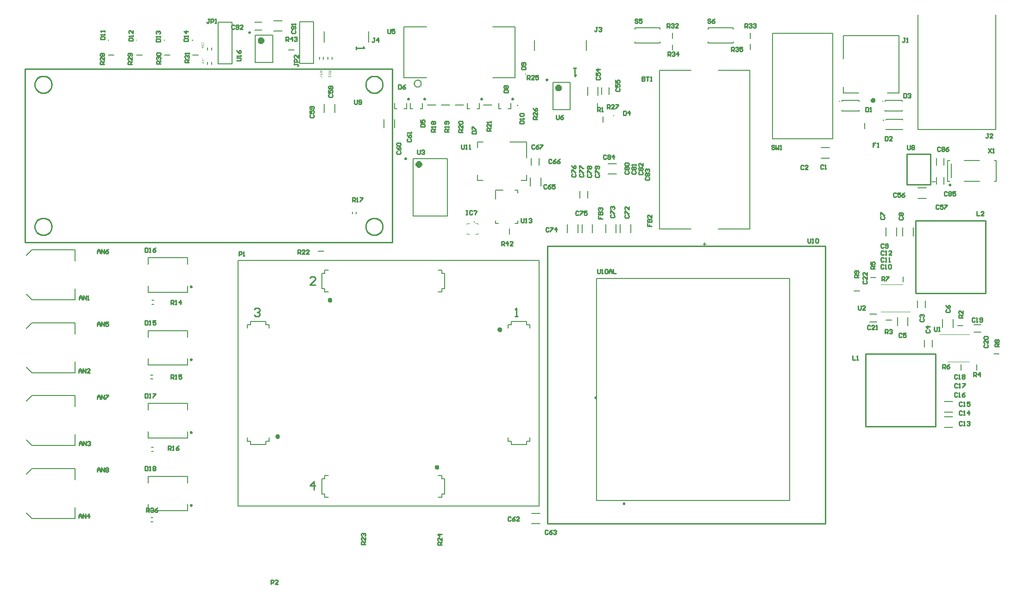
<source format=gto>
%FSTAX23Y23*%
%MOIN*%
%SFA1B1*%

%IPPOS*%
%ADD10C,0.009840*%
%ADD11C,0.023620*%
%ADD12C,0.003940*%
%ADD13C,0.010000*%
%ADD14C,0.007870*%
%ADD15C,0.015750*%
%ADD16C,0.015750*%
%ADD17C,0.006000*%
%ADD18C,0.004720*%
%ADD19C,0.008000*%
%ADD20C,0.007000*%
%ADD21C,0.005000*%
%ADD22C,0.005910*%
%ADD23C,0.007990*%
%ADD24C,0.009000*%
%ADD25R,0.025000X0.010000*%
%LNgrandmaster-1*%
%LPD*%
G36*
X01297Y04157D02*
X01297D01*
X01298Y04157*
X01298Y04157*
X01298Y04157*
X01299Y04157*
X01299Y04157*
X013Y04157*
X013Y04157*
X01301Y04157*
X01301Y04157*
X01302Y04157*
X01302Y04156*
X01302Y04156*
X01302Y04156*
X01302Y04156*
X01303Y04156*
X01303Y04156*
X01303Y04156*
X01303Y04156*
X01303Y04156*
X01304Y04156*
X01304Y04156*
X01304Y04155*
X01304Y04155*
X01305Y04155*
X01305Y04155*
X01305Y04155*
X01305Y04154*
X01305Y04154*
X01305Y04154*
X01305Y04154*
X01306Y04154*
X01306Y04154*
X01306Y04154*
X01306Y04154*
X01306Y04153*
X01306Y04153*
X01306Y04153*
X01306Y04153*
X01306Y04152*
X01306Y04152*
X01306Y04152*
X01306Y04151*
X01306Y04151*
Y04151*
X01306Y04151*
X01306Y0415*
X01306Y0415*
X01306Y0415*
X01306Y0415*
X01306Y04149*
X01306Y04149*
X01306Y04149*
X01306Y04148*
X01306Y04148*
X01305Y04148*
X01305Y04147*
X01305Y04147*
X01305Y04147*
X01305*
X01305Y04147*
X01304Y04147*
X01304Y04146*
X01304Y04146*
X01304Y04146*
X01304Y04146*
X01304Y04146*
X01304Y04146*
X01304Y04146*
X01304Y04146*
X01303Y04146*
X01303Y04146*
X01303Y04146*
X01303Y04146*
X01303Y04146*
X01302Y04146*
X01302Y04145*
X01302Y04145*
X01302Y04145*
X01301Y04145*
X01301Y04145*
X01301Y04145*
X013Y04145*
X013Y04145*
X01299Y04145*
X01299Y04145*
X01299Y04145*
X01298Y04145*
X01298Y04145*
X01297Y04145*
X01297*
X01297*
X01297*
X01297*
X01297*
X01297*
X01296*
X01296Y04145*
X01296*
X01296Y04145*
X01296Y04145*
X01295Y04145*
X01295Y04145*
X01294Y04145*
X01294Y04145*
X01293Y04145*
X01293Y04145*
X01292Y04145*
X01292Y04145*
X01291Y04145*
X01291Y04145*
X01291Y04145*
X01291Y04145*
X01291Y04145*
X01291Y04146*
X01291Y04146*
X0129Y04146*
X0129Y04146*
X0129Y04146*
X0129Y04146*
X01289Y04146*
X01289Y04147*
X01289Y04147*
X01289Y04147*
X01288Y04147*
X01288Y04147*
X01288Y04147*
X01288Y04148*
X01288Y04148*
X01288Y04148*
X01288Y04148*
X01288Y04148*
X01288Y04148*
X01288Y04148*
X01287Y04149*
X01287Y04149*
X01287Y04149*
X01287Y04149*
X01287Y0415*
X01287Y0415*
X01287Y04151*
X01287Y04151*
Y04151*
X01287Y04151*
Y04151*
X01287Y04151*
X01287Y04152*
X01287Y04152*
X01287Y04152*
X01287Y04153*
X01287Y04153*
X01288Y04153*
X01288Y04154*
Y04154*
X01288Y04154*
X01288Y04154*
X01288Y04154*
X01288Y04154*
X01288Y04154*
X01288Y04154*
X01288Y04154*
X01288Y04155*
X01289Y04155*
X01289Y04155*
X01289Y04155*
X01289Y04156*
X01289Y04156*
X0129Y04156*
X0129Y04156*
X0129Y04156*
X0129Y04156*
X0129Y04156*
X0129Y04156*
X0129Y04156*
X01291Y04156*
X01291Y04156*
X01291Y04156*
X01291Y04156*
X01292Y04157*
X01292Y04157*
X01292Y04157*
X01292*
X01292Y04157*
X01292Y04157*
X01293Y04157*
X01293Y04157*
X01293Y04157*
X01293Y04157*
X01293Y04157*
X01294Y04157*
X01294Y04157*
X01294Y04157*
X01295Y04157*
X01295Y04157*
X01296Y04157*
X01296Y04157*
X01297*
X01297*
X01297*
X01297*
X01297*
X01297*
X01297*
X01297Y04157*
G37*
G36*
X01306Y04136D02*
X01291D01*
X01291Y04136*
X01291Y04136*
X01291Y04136*
X01291Y04136*
X01291Y04136*
X01292Y04136*
X01292Y04136*
X01292Y04136*
X01292Y04136*
X01292Y04135*
X01292Y04135*
X01292Y04135*
X01292Y04135*
X01293Y04135*
X01293Y04134*
X01293Y04134*
X01293Y04134*
X01293Y04134*
X01293Y04134*
X01293Y04134*
X01293Y04134*
X01293Y04133*
X01293Y04133*
X01294Y04133*
X01294Y04132*
X01294Y04132*
X01294Y04132*
X01292*
X01292Y04132*
X01292Y04132*
X01292Y04132*
X01292Y04132*
X01292Y04132*
X01291Y04132*
X01291Y04133*
X01291Y04133*
X01291Y04133*
X01291Y04133*
X0129Y04134*
X0129Y04135*
X0129Y04135*
X0129Y04135*
X0129Y04135*
X01289Y04135*
X01289Y04135*
X01289Y04135*
X01289Y04136*
X01289Y04136*
X01289Y04136*
X01289Y04136*
X01288Y04136*
X01288Y04137*
X01287Y04137*
X01287Y04137*
X01287Y04137*
Y04139*
X01306*
Y04136*
G37*
G36*
Y04125D02*
X01302Y04123D01*
X01302Y04123*
X01302Y04123*
X01302Y04123*
X01302Y04122*
X01302Y04122*
X01302Y04122*
X01301Y04122*
X01301Y04122*
X01301Y04122*
X013Y04121*
X013Y04121*
X013Y04121*
X013Y04121*
X013Y04121*
X013Y04121*
X01299Y04121*
X01299Y04121*
X01299Y04121*
X01299Y0412*
X01299Y0412*
X01299Y0412*
X01298Y0412*
X01298Y0412*
X01298Y0412*
X01298Y04119*
X01298Y04119*
X01298Y04119*
X01298Y04119*
X01298Y04119*
X01298Y04119*
X01298Y04118*
Y04118*
X01298Y04118*
X01298Y04118*
X01298Y04118*
X01298Y04118*
X01298Y04118*
X01298Y04117*
Y04114*
X01306*
Y04112*
X01287*
Y0412*
X01287Y0412*
Y04121*
X01287Y04121*
X01287Y04121*
X01287Y04121*
X01287Y04122*
X01287Y04122*
X01287Y04123*
X01287Y04123*
X01287Y04123*
X01288Y04124*
X01288Y04124*
Y04124*
X01288Y04124*
X01288Y04124*
X01288Y04124*
X01288Y04124*
X01288Y04124*
X01288Y04125*
X01288Y04125*
X01288Y04125*
X01288Y04125*
X01288Y04125*
X01289Y04125*
X01289Y04126*
X01289Y04126*
X01289Y04126*
X01289Y04126*
X01289Y04126*
X01289Y04126*
X0129Y04126*
X0129Y04126*
X0129Y04126*
X0129Y04126*
X0129Y04126*
X0129Y04126*
X0129Y04127*
X01291Y04127*
X01291Y04127*
X01291Y04127*
X01291Y04127*
X01292Y04127*
X01292Y04127*
X01292Y04127*
X01292*
X01292*
X01292Y04127*
X01293*
X01293Y04127*
X01293Y04127*
X01293Y04127*
X01293Y04127*
X01294Y04127*
X01294Y04127*
X01294Y04126*
X01295Y04126*
X01295Y04126*
X01295Y04126*
X01295Y04126*
X01296Y04126*
X01296Y04125*
X01296Y04125*
X01296Y04125*
X01296Y04125*
X01296Y04125*
X01296Y04125*
X01296Y04125*
X01296Y04125*
X01297Y04124*
X01297Y04124*
X01297Y04124*
X01297Y04123*
X01297Y04123*
X01297Y04122*
X01297Y04122*
X01297Y04121*
Y04121*
X01298Y04121*
X01298Y04122*
X01298Y04122*
X01298Y04122*
X01298Y04122*
X01298Y04122*
X01298Y04122*
X01298Y04123*
X01298Y04123*
X01298Y04123*
X01298Y04123*
X01298Y04123*
X01299Y04123*
X01299Y04123*
X01299Y04123*
X01299Y04123*
X01299Y04124*
X01299Y04124*
X01299Y04124*
X013Y04124*
X013Y04124*
X013Y04124*
X013Y04125*
X013Y04125*
X01301Y04125*
X01306Y04128*
Y04125*
G37*
G36*
X01309Y04041D02*
X01294D01*
X01294Y04041*
X01294Y04041*
X01294Y04041*
X01294Y04041*
X01295Y04041*
X01295Y0404*
X01295Y0404*
X01295Y0404*
X01295Y0404*
X01295Y0404*
X01295Y0404*
X01295Y04039*
X01296Y04039*
X01296Y04039*
X01296Y04039*
X01296Y04039*
X01296Y04038*
X01296Y04038*
X01296Y04038*
X01296Y04038*
X01296Y04038*
X01296Y04038*
X01296Y04038*
X01297Y04037*
X01297Y04037*
X01297Y04036*
X01297Y04036*
X01295*
X01295Y04036*
X01295Y04036*
X01295Y04036*
X01295Y04036*
X01295Y04037*
X01295Y04037*
X01294Y04037*
X01294Y04037*
X01294Y04037*
X01294Y04038*
X01294Y04038*
X01293Y04039*
X01293Y0404*
X01293Y0404*
X01293Y0404*
X01293Y0404*
X01292Y0404*
X01292Y0404*
X01292Y0404*
X01292Y0404*
X01292Y0404*
X01292Y0404*
X01291Y04041*
X01291Y04041*
X01291Y04041*
X0129Y04041*
X0129Y04042*
Y04043*
X01309*
Y04041*
G37*
G36*
Y04026D02*
X01294D01*
X01294Y04026*
X01294Y04026*
X01294Y04026*
X01294Y04026*
X01295Y04026*
X01295Y04026*
X01295Y04025*
X01295Y04025*
X01295Y04025*
X01295Y04025*
X01295Y04025*
X01295Y04025*
X01296Y04024*
X01296Y04024*
X01296Y04024*
X01296Y04024*
X01296Y04024*
X01296Y04024*
X01296Y04023*
X01296Y04023*
X01296Y04023*
X01296Y04023*
X01296Y04023*
X01297Y04022*
X01297Y04022*
X01297Y04022*
X01297Y04021*
X01295*
X01295Y04021*
X01295Y04021*
X01295Y04021*
X01295Y04022*
X01295Y04022*
X01295Y04022*
X01294Y04022*
X01294Y04022*
X01294Y04023*
X01294Y04023*
X01294Y04024*
X01293Y04024*
X01293Y04025*
X01293Y04025*
X01293Y04025*
X01293Y04025*
X01292Y04025*
X01292Y04025*
X01292Y04025*
X01292Y04025*
X01292Y04025*
X01292Y04026*
X01291Y04026*
X01291Y04026*
X01291Y04026*
X0129Y04027*
X0129Y04027*
Y04028*
X01309*
Y04026*
G37*
G36*
Y04015D02*
X01305Y04012D01*
X01305Y04012*
X01305Y04012*
X01305Y04012*
X01305Y04012*
X01305Y04012*
X01305Y04012*
X01305Y04012*
X01304Y04012*
X01304Y04011*
X01303Y04011*
X01303Y04011*
X01303Y04011*
X01303Y0401*
X01303Y0401*
X01303Y0401*
X01303Y0401*
X01303Y0401*
X01302Y0401*
X01302Y0401*
X01302Y0401*
X01302Y0401*
X01302Y04009*
X01301Y04009*
X01301Y04009*
X01301Y04009*
X01301Y04009*
X01301Y04009*
X01301Y04009*
X01301Y04008*
X01301Y04008*
X01301Y04008*
Y04008*
X01301Y04008*
X01301Y04008*
X01301Y04008*
X01301Y04008*
X01301Y04007*
X01301Y04007*
Y04004*
X01309*
Y04001*
X0129*
Y0401*
X0129Y0401*
Y0401*
X0129Y04011*
X0129Y04011*
X0129Y04011*
X0129Y04011*
X0129Y04012*
X0129Y04012*
X0129Y04013*
X01291Y04013*
X01291Y04013*
X01291Y04014*
Y04014*
X01291Y04014*
X01291Y04014*
X01291Y04014*
X01291Y04014*
X01291Y04014*
X01291Y04014*
X01291Y04014*
X01291Y04014*
X01291Y04015*
X01292Y04015*
X01292Y04015*
X01292Y04015*
X01292Y04015*
X01292Y04015*
X01293Y04016*
X01293Y04016*
X01293Y04016*
X01293Y04016*
X01293Y04016*
X01293Y04016*
X01293Y04016*
X01293Y04016*
X01293Y04016*
X01294Y04016*
X01294Y04016*
X01294Y04016*
X01294Y04016*
X01295Y04016*
X01295Y04016*
X01295Y04016*
X01295Y04016*
X01295*
X01295*
X01296Y04016*
X01296*
X01296Y04016*
X01296Y04016*
X01296Y04016*
X01297Y04016*
X01297Y04016*
X01297Y04016*
X01297Y04016*
X01298Y04016*
X01298Y04016*
X01298Y04016*
X01299Y04015*
X01299Y04015*
X01299Y04015*
X01299Y04015*
X01299Y04015*
X01299Y04015*
X01299Y04015*
X01299Y04015*
X01299Y04014*
X013Y04014*
X013Y04014*
X013Y04014*
X013Y04013*
X013Y04013*
X013Y04012*
X013Y04012*
X01301Y04012*
X01301Y04011*
Y04011*
X01301Y04011*
X01301Y04011*
X01301Y04011*
X01301Y04011*
X01301Y04011*
X01301Y04012*
X01301Y04012*
X01301Y04012*
X01301Y04012*
X01302Y04013*
X01302Y04013*
X01302Y04013*
X01302Y04013*
X01302Y04013*
X01302Y04013*
X01302Y04013*
X01302Y04013*
X01302Y04013*
X01302Y04013*
X01303Y04014*
X01303Y04014*
X01303Y04014*
X01303Y04014*
X01304Y04014*
X01304Y04015*
X01309Y04018*
Y04015*
G37*
G36*
X02159Y03943D02*
X02159Y03942D01*
Y03942*
X02159Y03942*
X02159Y03942*
X02159Y03941*
X02159Y03941*
X02159Y03941*
X02158Y0394*
X02158Y0394*
X02158Y0394*
X02158Y03939*
X02158Y03939*
Y03939*
X02158Y03939*
X02158Y03939*
X02158Y03939*
X02158Y03939*
X02158Y03939*
X02158Y03938*
X02158Y03938*
X02158Y03938*
X02157Y03938*
X02157Y03938*
X02157Y03938*
X02157Y03937*
X02157Y03937*
X02157Y03937*
X02156Y03937*
X02156Y03937*
X02156Y03937*
X02156Y03937*
X02156Y03937*
X02156Y03937*
X02156Y03937*
X02156Y03937*
X02155Y03936*
X02155Y03936*
X02155Y03936*
X02155Y03936*
X02155Y03936*
X02154Y03936*
X02154Y03936*
X02154Y03936*
X02153Y03936*
X02153*
X02153*
X02153Y03936*
X02153*
X02153Y03936*
X02153Y03936*
X02152Y03936*
X02152Y03936*
X02152Y03936*
X02152Y03936*
X02151Y03937*
X02151Y03937*
X02151Y03937*
X02151Y03937*
X0215Y03937*
X0215Y03937*
X0215Y03937*
X0215Y03937*
X0215Y03938*
X0215Y03938*
X0215Y03938*
X0215Y03938*
X02149Y03938*
X02149Y03938*
X02149Y03939*
X02149Y03939*
X02149Y03939*
X02149Y0394*
X02149Y0394*
X02148Y03941*
X02148Y03941*
X02148Y03941*
Y03941*
X02148Y03941*
X02148Y03941*
X02148Y03941*
X02148Y03941*
X02148Y03941*
X02148Y03941*
X02148Y03941*
X02148Y0394*
X02147Y0394*
X02147Y0394*
X02147Y0394*
X02147Y0394*
X02147Y0394*
X02147Y0394*
X02147Y0394*
X02147Y0394*
X02147Y03939*
X02147Y03939*
X02146Y03939*
X02146Y03939*
X02146Y03939*
X02146Y03939*
X02146Y03938*
X02145Y03938*
X02145Y03938*
X0214Y03935*
Y03938*
X02144Y0394*
X02144Y0394*
X02144Y0394*
X02144Y0394*
X02144Y0394*
X02144Y03941*
X02144Y03941*
X02144Y03941*
X02144Y03941*
X02145Y03941*
X02145Y03941*
X02146Y03942*
X02146Y03942*
X02146Y03942*
X02146Y03942*
X02146Y03942*
X02146Y03942*
X02146Y03942*
X02146Y03942*
X02147Y03942*
X02147Y03943*
X02147Y03943*
X02147Y03943*
X02147Y03943*
X02147Y03943*
X02147Y03943*
X02148Y03944*
X02148Y03944*
X02148Y03944*
X02148Y03944*
X02148Y03944*
X02148Y03944*
Y03945*
X02148Y03945*
X02148Y03945*
X02148Y03945*
X02148Y03945*
X02148Y03945*
X02148Y03946*
Y03949*
X0214*
Y03951*
X02159*
Y03943*
G37*
G36*
X02154Y03931D02*
X02154Y03931D01*
X02154Y03931*
X02154Y03931*
X02154Y03931*
X02154Y03931*
X02154Y0393*
X02155Y0393*
X02155Y0393*
X02155Y0393*
X02155Y03929*
X02156Y03928*
X02156Y03928*
X02156Y03928*
X02156Y03928*
X02156Y03928*
X02156Y03928*
X02156Y03927*
X02157Y03927*
X02157Y03927*
X02157Y03927*
X02157Y03927*
X02157Y03927*
X02158Y03926*
X02158Y03926*
X02158Y03926*
X02159Y03926*
Y03924*
X0214*
Y03927*
X02154*
X02154Y03927*
X02154Y03927*
X02154Y03927*
X02154Y03927*
X02154Y03927*
X02154Y03927*
X02154Y03927*
X02154Y03927*
X02154Y03927*
X02154Y03928*
X02154Y03928*
X02153Y03928*
X02153Y03928*
X02153Y03928*
X02153Y03929*
X02153Y03929*
X02153Y03929*
X02153Y03929*
X02153Y03929*
X02153Y03929*
X02153Y03929*
X02152Y03929*
X02152Y0393*
X02152Y0393*
X02152Y0393*
X02152Y03931*
X02152Y03931*
X02154*
X02154Y03931*
G37*
G36*
X0214Y03919D02*
X0214Y03919D01*
X0214Y03918*
X02141Y03918*
X02141Y03918*
X02141Y03918*
X02141*
X02141Y03918*
X02141Y03918*
X02141Y03918*
X02141Y03918*
X02142Y03918*
X02142Y03918*
X02142Y03918*
X02142Y03918*
X02142Y03918*
X02143Y03917*
X02143Y03917*
X02144Y03917*
X02144Y03917*
X02144Y03917*
X02144Y03917*
X02144Y03917*
X02144Y03916*
X02144Y03916*
X02144Y03916*
X02145Y03916*
X02145Y03916*
X02145Y03916*
X02145Y03915*
X02145Y03915*
X02146Y03915*
X02146Y03914*
X02146Y03914*
X02147Y03914*
X02147Y03914*
X02147Y03914*
X02147Y03914*
X02147Y03914*
X02147Y03913*
X02147Y03913*
X02147Y03913*
X02147Y03913*
X02147Y03913*
X02148Y03912*
X02148Y03912*
X02148Y03912*
X02149Y03911*
X02149Y03911*
X02149Y03911*
X0215Y0391*
X0215Y0391*
X0215Y0391*
X02151Y03909*
X02151Y03909*
X02151Y03909*
X02151Y03909*
X02151Y03909*
X02151Y03909*
X02151Y03909*
X02151Y03909*
X02152Y03909*
X02152Y03909*
X02152Y03909*
X02152Y03909*
X02153Y03908*
X02153Y03908*
X02153Y03908*
X02153Y03908*
X02153*
X02154*
X02154*
X02154Y03908*
X02154Y03908*
X02154Y03908*
X02154Y03908*
X02154Y03908*
X02154Y03909*
X02155Y03909*
X02155Y03909*
X02155Y03909*
X02155Y03909*
X02155Y03909*
X02156Y03909*
X02156Y03909*
X02156Y03909*
X02156Y03909*
X02156Y03909*
X02156Y0391*
X02156Y0391*
X02156Y0391*
X02156Y0391*
X02156Y0391*
X02156Y0391*
X02156Y0391*
X02157Y03911*
X02157Y03911*
X02157Y03911*
X02157Y03911*
X02157Y03912*
X02157Y03912*
Y03912*
X02157Y03912*
X02157Y03912*
X02157Y03913*
X02157Y03913*
X02157Y03913*
X02157Y03913*
X02157Y03913*
X02156Y03914*
X02156Y03914*
X02156Y03914*
X02156Y03914*
X02156Y03914*
X02156Y03915*
X02156Y03915*
X02156Y03915*
X02156Y03915*
X02156Y03915*
X02155Y03915*
X02155Y03915*
X02155Y03915*
X02155Y03915*
X02155Y03915*
X02155Y03915*
X02154Y03915*
X02154Y03916*
X02154Y03916*
X02154Y03916*
X02153Y03916*
X02153Y03916*
X02153Y03918*
X02153*
X02153*
X02153Y03918*
X02153*
X02153Y03918*
X02154Y03918*
X02154Y03918*
X02154Y03918*
X02154Y03918*
X02155Y03918*
X02155Y03918*
X02155Y03918*
X02156Y03917*
X02156Y03917*
X02156Y03917*
X02157Y03917*
X02157Y03917*
X02157Y03916*
X02157Y03916*
X02157Y03916*
X02157Y03916*
X02157Y03916*
X02158Y03916*
X02158Y03916*
X02158Y03915*
X02158Y03915*
X02158Y03915*
X02158Y03914*
X02158Y03914*
X02158Y03914*
X02159Y03913*
X02159Y03913*
X02159Y03912*
X02159Y03912*
Y03912*
X02159Y03912*
X02159Y03911*
X02159Y03911*
X02159Y03911*
X02159Y03911*
X02159Y0391*
X02158Y0391*
X02158Y0391*
X02158Y03909*
X02158Y03909*
X02158Y03909*
X02158Y03908*
X02157Y03908*
X02157Y03908*
X02157Y03908*
X02157Y03907*
X02157Y03907*
X02157Y03907*
X02157Y03907*
X02157Y03907*
X02156Y03907*
X02156Y03907*
X02156Y03907*
X02156Y03906*
X02155Y03906*
X02155Y03906*
X02155Y03906*
X02154Y03906*
X02154Y03906*
X02153Y03906*
X02153*
X02153*
X02153*
X02153*
X02153Y03906*
X02153Y03906*
X02153Y03906*
X02153Y03906*
X02152Y03906*
X02152Y03906*
X02152Y03906*
X02151Y03906*
X02151*
X02151Y03906*
X02151Y03906*
X02151Y03907*
X02151Y03907*
X02151Y03907*
X02151Y03907*
X0215Y03907*
X0215Y03907*
X0215Y03907*
X0215Y03907*
X02149Y03907*
X02149Y03908*
X02149Y03908*
X02149Y03908*
X02149Y03908*
X02149Y03908*
X02149Y03908*
X02149Y03908*
X02148Y03908*
X02148Y03908*
X02148Y03909*
X02148Y03909*
X02148Y03909*
X02147Y03909*
X02147Y0391*
X02147Y0391*
X02147Y0391*
X02146Y03911*
X02146Y03911*
X02145Y03912*
X02145Y03912*
X02145Y03912*
X02145Y03912*
X02145Y03912*
X02145Y03912*
X02145Y03912*
X02145Y03912*
X02144Y03913*
X02144Y03913*
X02144Y03913*
X02144Y03914*
X02143Y03914*
X02143Y03914*
X02143Y03914*
X02143Y03914*
X02143Y03914*
X02143Y03914*
X02143Y03915*
X02143Y03915*
X02142Y03915*
X02142Y03915*
X02142Y03915*
X02142Y03915*
Y03906*
X0214*
Y03919*
X0214*
X0214*
X0214*
X0214*
X0214*
X0214Y03919*
G37*
G36*
X02221Y03944D02*
X02221Y03944D01*
Y03943*
X02221Y03943*
X02221Y03943*
X02221Y03943*
X02221Y03942*
X02221Y03942*
X02221Y03941*
X02221Y03941*
X0222Y03941*
X0222Y0394*
X0222Y0394*
Y0394*
X0222Y0394*
X0222Y0394*
X0222Y0394*
X0222Y0394*
X0222Y0394*
X0222Y03939*
X0222Y03939*
X0222Y03939*
X0222Y03939*
X02219Y03939*
X02219Y03939*
X02219Y03938*
X02219Y03938*
X02219Y03938*
X02218Y03938*
X02218Y03938*
X02218Y03938*
X02218Y03938*
X02218Y03938*
X02218Y03938*
X02218Y03938*
X02218Y03938*
X02218Y03938*
X02217Y03938*
X02217Y03937*
X02217Y03937*
X02217Y03937*
X02216Y03937*
X02216Y03937*
X02216Y03937*
X02216Y03937*
X02216*
X02216*
X02215Y03937*
X02215*
X02215Y03937*
X02215Y03937*
X02215Y03937*
X02214Y03937*
X02214Y03937*
X02214Y03937*
X02214Y03938*
X02213Y03938*
X02213Y03938*
X02213Y03938*
X02212Y03938*
X02212Y03938*
X02212Y03939*
X02212Y03939*
X02212Y03939*
X02212Y03939*
X02212Y03939*
X02212Y03939*
X02212Y03939*
X02211Y03939*
X02211Y0394*
X02211Y0394*
X02211Y0394*
X02211Y03941*
X02211Y03941*
X02211Y03942*
X0221Y03942*
X0221Y03943*
Y03943*
X0221Y03943*
X0221Y03942*
X0221Y03942*
X0221Y03942*
X0221Y03942*
X0221Y03942*
X0221Y03942*
X0221Y03941*
X0221Y03941*
X02209Y03941*
X02209Y03941*
X02209Y03941*
X02209Y03941*
X02209Y03941*
X02209Y03941*
X02209Y03941*
X02209Y0394*
X02209Y0394*
X02209Y0394*
X02208Y0394*
X02208Y0394*
X02208Y0394*
X02208Y0394*
X02207Y03939*
X02207Y03939*
X02202Y03936*
Y03939*
X02206Y03941*
X02206Y03941*
X02206Y03941*
X02206Y03941*
X02206Y03942*
X02206Y03942*
X02206Y03942*
X02206Y03942*
X02207Y03942*
X02207Y03942*
X02208Y03943*
X02208Y03943*
X02208Y03943*
X02208Y03943*
X02208Y03943*
X02208Y03943*
X02208Y03943*
X02208Y03943*
X02209Y03943*
X02209Y03944*
X02209Y03944*
X02209Y03944*
X02209Y03944*
X0221Y03944*
X0221Y03944*
X0221Y03945*
X0221Y03945*
X0221Y03945*
X0221Y03945*
X0221Y03945*
X0221Y03945*
X0221Y03946*
Y03946*
X0221Y03946*
X0221Y03946*
X0221Y03946*
X0221Y03946*
X0221Y03946*
X0221Y03947*
Y0395*
X02202*
Y03952*
X02221*
Y03944*
G37*
G36*
X02216Y03932D02*
X02216Y03932D01*
X02216Y03932*
X02216Y03932*
X02216Y03932*
X02216Y03932*
X02217Y03931*
X02217Y03931*
X02217Y03931*
X02217Y03931*
X02217Y0393*
X02218Y03929*
X02218Y03929*
X02218Y03929*
X02218Y03929*
X02218Y03929*
X02219Y03929*
X02219Y03929*
X02219Y03928*
X02219Y03928*
X02219Y03928*
X02219Y03928*
X0222Y03928*
X0222Y03927*
X0222Y03927*
X02221Y03927*
X02221Y03927*
Y03925*
X02202*
Y03928*
X02217*
X02217Y03928*
X02217Y03928*
X02217Y03928*
X02217Y03928*
X02216Y03928*
X02216Y03928*
X02216Y03928*
X02216Y03928*
X02216Y03928*
X02216Y03929*
X02216Y03929*
X02216Y03929*
X02215Y03929*
X02215Y03929*
X02215Y0393*
X02215Y0393*
X02215Y0393*
X02215Y0393*
X02215Y0393*
X02215Y0393*
X02215Y0393*
X02215Y03931*
X02215Y03931*
X02214Y03931*
X02214Y03932*
X02214Y03932*
X02214Y03932*
X02216*
X02216Y03932*
G37*
G36*
X02207Y03917D02*
X02207D01*
X02207Y03917*
X02207Y03917*
X02207Y03917*
X02207Y03917*
X02206Y03917*
X02206Y03917*
X02206Y03917*
X02205Y03916*
X02205Y03916*
X02205Y03916*
X02205Y03916*
X02204Y03916*
X02204Y03916*
X02204Y03916*
X02204Y03916*
X02204Y03916*
X02204Y03915*
X02204Y03915*
X02204Y03915*
X02204Y03915*
X02204Y03915*
X02204Y03915*
X02204Y03915*
X02204Y03914*
X02203Y03914*
X02203Y03914*
X02203Y03914*
X02203Y03914*
X02203Y03913*
Y03913*
X02203Y03913*
Y03913*
X02203Y03913*
X02203Y03913*
X02203Y03912*
X02203Y03912*
X02204Y03912*
X02204Y03912*
X02204Y03912*
X02204Y03911*
X02204Y03911*
X02204Y03911*
X02204Y03911*
X02204Y0391*
X02204Y0391*
X02205Y0391*
X02205Y0391*
X02205Y0391*
X02205Y0391*
X02205Y0391*
X02205Y0391*
X02205Y0391*
X02205Y0391*
X02206Y0391*
X02206Y0391*
X02206Y03909*
X02206Y03909*
X02207Y03909*
X02207Y03909*
X02207Y03909*
X02207*
X02207*
X02207*
X02208Y03909*
X02208Y03909*
X02208Y03909*
X02208Y03909*
X02208Y03909*
X02208Y03909*
X02209Y0391*
X02209Y0391*
X02209Y0391*
X02209Y0391*
X0221Y0391*
X0221Y0391*
X0221Y0391*
X0221Y0391*
X0221Y0391*
X0221Y0391*
X0221Y03911*
X0221Y03911*
X0221Y03911*
X0221Y03911*
X0221Y03911*
X02211Y03911*
X02211Y03911*
X02211Y03912*
X02211Y03912*
X02211Y03912*
X02211Y03912*
X02211Y03913*
X02211Y03913*
Y03913*
X02211Y03913*
X02211Y03913*
X02211Y03914*
X02211Y03914*
X02211Y03914*
X02211Y03915*
X02213Y03914*
Y03914*
X02213Y03914*
Y03914*
X02213Y03914*
Y03914*
X02213Y03914*
X02213Y03914*
X02213Y03914*
X02213Y03913*
X02213Y03913*
X02213Y03913*
X02213Y03913*
X02213Y03912*
X02213Y03912*
X02213Y03912*
X02213Y03912*
X02214Y03911*
X02214Y03911*
X02214Y03911*
X02214Y03911*
X02214Y03911*
X02214Y03911*
X02214Y03911*
X02214Y03911*
X02214Y03911*
X02214Y03911*
X02214Y03911*
X02215Y0391*
X02215Y0391*
X02215Y0391*
X02215Y0391*
X02216Y0391*
X02216Y0391*
X02216*
X02216*
X02216*
X02216Y0391*
X02216Y0391*
X02216Y0391*
X02217Y0391*
X02217Y0391*
X02217Y0391*
X02217Y0391*
X02217Y03911*
X02218Y03911*
X02218Y03911*
X02218Y03911*
X02218Y03911*
X02218Y03911*
X02218Y03911*
X02218Y03911*
X02218Y03911*
X02218Y03911*
X02218Y03911*
X02218Y03912*
X02219Y03912*
X02219Y03912*
X02219Y03912*
X02219Y03912*
X02219Y03912*
X02219Y03913*
X02219Y03913*
X02219Y03913*
X02219Y03913*
Y03913*
X02219Y03914*
X02219Y03914*
X02219Y03914*
X02219Y03914*
X02219Y03914*
X02219Y03914*
X02219Y03915*
X02219Y03915*
X02218Y03915*
X02218Y03915*
X02218Y03915*
X02218Y03916*
X02218Y03916*
X02218Y03916*
X02218Y03916*
X02218Y03916*
X02218Y03916*
X02218Y03916*
X02218Y03916*
X02217Y03916*
X02217Y03916*
X02217Y03916*
X02217Y03916*
X02217Y03916*
X02216Y03917*
X02216Y03917*
X02216Y03917*
X02216Y03917*
X02216Y03919*
X02216*
X02216*
X02216Y03919*
X02216Y03919*
X02216Y03919*
X02217Y03919*
X02217Y03919*
X02217Y03919*
X02217Y03919*
X02218Y03919*
X02218Y03918*
X02218Y03918*
X02218Y03918*
X02219Y03918*
X02219Y03918*
X02219Y03917*
X0222Y03917*
X0222Y03917*
X0222Y03917*
X0222Y03917*
X0222Y03917*
X0222Y03917*
X0222Y03917*
X0222Y03916*
X0222Y03916*
X0222Y03916*
X0222Y03916*
X02221Y03915*
X02221Y03915*
X02221Y03915*
X02221Y03914*
X02221Y03914*
X02221Y03913*
Y03913*
X02221Y03913*
Y03913*
X02221Y03913*
X02221Y03913*
X02221Y03912*
X02221Y03912*
X02221Y03912*
X02221Y03911*
X02221Y03911*
X0222Y03911*
X0222Y03911*
X0222Y0391*
X0222Y0391*
X0222Y0391*
X0222Y0391*
X0222Y0391*
X0222Y0391*
X0222Y0391*
X0222Y0391*
X0222Y0391*
X02219Y03909*
X02219Y03909*
X02219Y03909*
X02219Y03909*
X02218Y03908*
X02218Y03908*
X02218Y03908*
X02218Y03908*
X02218Y03908*
X02218Y03908*
X02218Y03908*
X02218Y03908*
X02218Y03908*
X02217Y03908*
X02217Y03908*
X02217Y03908*
X02216Y03908*
X02216Y03908*
X02216Y03908*
X02216*
X02216*
X02216*
X02216Y03908*
X02216*
X02215Y03908*
X02215Y03908*
X02215Y03908*
X02215Y03908*
X02214Y03908*
X02214Y03908*
X02214Y03908*
X02214Y03908*
X02214Y03908*
X02214Y03908*
X02214Y03908*
X02214Y03908*
X02213Y03909*
X02213Y03909*
X02213Y03909*
X02213Y03909*
X02213Y03909*
X02213Y03909*
X02213Y03909*
X02213Y03909*
X02213Y0391*
X02212Y0391*
X02212Y0391*
X02212Y0391*
X02212Y0391*
Y0391*
X02212Y0391*
X02212Y0391*
X02212Y0391*
X02212Y0391*
X02212Y0391*
X02212Y0391*
X02212Y03909*
X02212Y03909*
X02211Y03909*
X02211Y03909*
X02211Y03909*
X02211Y03908*
X02211Y03908*
X02211Y03908*
X0221Y03908*
X0221Y03908*
X0221Y03908*
X0221Y03908*
X0221Y03908*
X0221Y03908*
X0221Y03907*
X0221Y03907*
X0221Y03907*
X02209Y03907*
X02209Y03907*
X02209Y03907*
X02209Y03907*
X02208Y03907*
X02208Y03907*
X02208Y03907*
X02207Y03907*
X02207*
X02207*
X02207Y03907*
X02207Y03907*
X02207Y03907*
X02206Y03907*
X02206Y03907*
X02206Y03907*
X02206Y03907*
X02205Y03907*
X02205Y03907*
X02204Y03908*
X02204Y03908*
X02204Y03908*
X02203Y03908*
X02203Y03909*
X02203Y03909*
X02203Y03909*
X02203Y03909*
X02203Y03909*
X02203Y03909*
X02203Y03909*
X02202Y0391*
X02202Y0391*
X02202Y0391*
X02202Y03911*
X02202Y03911*
X02202Y03911*
X02202Y03912*
X02201Y03912*
X02201Y03913*
X02201Y03913*
Y03913*
X02201Y03914*
X02201Y03914*
X02201Y03914*
X02201Y03914*
X02201Y03914*
X02202Y03915*
X02202Y03915*
X02202Y03915*
X02202Y03916*
X02202Y03916*
X02202Y03916*
X02202Y03917*
X02203Y03917*
X02203Y03917*
X02203Y03917*
X02203Y03918*
X02203Y03918*
X02203Y03918*
X02203Y03918*
X02203Y03918*
X02204Y03918*
X02204Y03918*
X02204Y03918*
X02204Y03919*
X02205Y03919*
X02205Y03919*
X02206Y03919*
X02206Y03919*
X02206Y03919*
X02207Y03919*
X02207Y03917*
G37*
%LNgrandmaster-2*%
%LPC*%
G36*
X01297Y04155D02*
X01297D01*
X01297*
X01297*
X01297*
X01297*
X01296*
X01296*
X01296Y04155*
X01296*
X01296Y04155*
X01296*
X01295Y04155*
X01295Y04155*
X01294Y04155*
X01294Y04155*
X01293Y04154*
X01293Y04154*
X01292Y04154*
X01292Y04154*
X01291Y04154*
X01291Y04154*
X01291Y04154*
X01291Y04154*
X01291Y04154*
X0129Y04154*
X0129Y04154*
X0129Y04153*
X0129Y04153*
X0129Y04153*
X0129Y04153*
X0129Y04153*
X0129Y04153*
X0129Y04153*
X01289Y04152*
X01289Y04152*
X01289Y04152*
X01289Y04152*
X01289Y04151*
X01289Y04151*
X01289Y04151*
Y04151*
X01289Y04151*
X01289Y04151*
X01289Y0415*
X01289Y0415*
X01289Y0415*
X01289Y0415*
X01289Y0415*
X01289Y0415*
X01289Y04149*
X0129Y04149*
X0129Y04149*
X0129Y04149*
X0129Y04148*
X0129Y04148*
X0129Y04148*
X0129Y04148*
X01291Y04148*
X01291Y04148*
X01291Y04148*
X01291Y04148*
X01291Y04148*
X01292Y04148*
X01292Y04148*
X01292Y04148*
X01292Y04148*
X01293Y04147*
X01293Y04147*
X01293Y04147*
X01293Y04147*
X01294Y04147*
X01294Y04147*
X01294Y04147*
X01295Y04147*
X01295Y04147*
X01296Y04147*
X01296Y04147*
X01296Y04147*
X01297*
X01297*
X01297*
X01297*
X01297*
X01297*
X01297Y04147*
X01297*
X01298*
X01298Y04147*
X01298*
X01298Y04147*
X01299Y04147*
X01299Y04147*
X013Y04147*
X013Y04147*
X01301Y04147*
X01301Y04148*
X01302Y04148*
X01302Y04148*
X01303Y04148*
X01303Y04148*
X01303Y04148*
X01303Y04148*
X01303Y04148*
X01303Y04148*
X01303Y04148*
X01303Y04148*
X01303Y04148*
X01303Y04149*
X01304Y04149*
X01304Y04149*
X01304Y04149*
X01304Y04149*
X01304Y0415*
X01304Y0415*
X01304Y0415*
X01304Y0415*
X01305Y04151*
X01305Y04151*
Y04151*
X01305Y04151*
X01305Y04151*
X01305Y04151*
X01304Y04151*
X01304Y04152*
X01304Y04152*
X01304Y04152*
X01304Y04152*
X01304Y04152*
X01304Y04153*
X01304Y04153*
X01304Y04153*
X01303Y04153*
X01303Y04154*
X01303Y04154*
X01303Y04154*
X01303Y04154*
X01303Y04154*
X01303Y04154*
X01302Y04154*
X01302Y04154*
X01302Y04154*
X01301Y04154*
X01301Y04154*
X01301Y04154*
X01301Y04154*
X01301Y04154*
X013Y04154*
X013Y04155*
X013Y04155*
X01299Y04155*
X01299Y04155*
X01299Y04155*
X01298Y04155*
X01298Y04155*
X01298Y04155*
X01297Y04155*
G37*
G36*
X01292Y04124D02*
X01292D01*
X01292*
X01292*
X01292Y04124*
X01292Y04124*
X01292Y04124*
X01292Y04124*
X01292Y04124*
X01291Y04124*
X01291Y04124*
X01291Y04124*
X01291Y04124*
X01291Y04124*
X0129Y04124*
X0129Y04123*
X0129Y04123*
X0129Y04123*
X0129Y04123*
X0129Y04123*
X0129Y04123*
X0129Y04123*
X0129Y04123*
X0129Y04123*
X0129Y04122*
X0129Y04122*
X01289Y04122*
X01289Y04122*
X01289Y04122*
X01289Y04121*
X01289Y04121*
X01289Y04121*
X01289Y0412*
Y04114*
X01295*
Y0412*
X01295Y0412*
Y0412*
X01295Y0412*
X01295Y04121*
X01295Y04121*
X01295Y04121*
X01295Y04122*
X01295Y04122*
X01295Y04122*
Y04122*
X01295Y04122*
X01295Y04122*
X01295Y04122*
X01295Y04122*
X01295Y04123*
X01295Y04123*
X01295Y04123*
X01295Y04123*
X01294Y04124*
X01294Y04124*
X01294*
X01294Y04124*
X01294Y04124*
X01294Y04124*
X01294Y04124*
X01294Y04124*
X01293Y04124*
X01293Y04124*
X01293Y04124*
X01293Y04124*
X01292Y04124*
G37*
G36*
X01295Y04014D02*
X01295D01*
X01295*
X01295*
X01295Y04014*
X01295Y04014*
X01295Y04014*
X01295Y04014*
X01295Y04014*
X01294Y04014*
X01294Y04014*
X01294Y04014*
X01294Y04013*
X01294Y04013*
X01294Y04013*
X01293Y04013*
X01293Y04013*
X01293Y04013*
X01293Y04013*
X01293Y04013*
X01293Y04013*
X01293Y04013*
X01293Y04012*
X01293Y04012*
X01293Y04012*
X01293Y04012*
X01293Y04012*
X01293Y04011*
X01292Y04011*
X01292Y04011*
X01292Y0401*
X01292Y0401*
X01292Y0401*
Y04004*
X01299*
Y04009*
X01299Y0401*
Y0401*
X01299Y0401*
X01299Y0401*
X01299Y04011*
X01298Y04011*
X01298Y04011*
X01298Y04012*
X01298Y04012*
Y04012*
X01298Y04012*
X01298Y04012*
X01298Y04012*
X01298Y04012*
X01298Y04012*
X01298Y04012*
X01298Y04013*
X01298Y04013*
X01297Y04013*
X01297Y04013*
X01297*
X01297Y04013*
X01297Y04013*
X01297Y04013*
X01297Y04013*
X01297Y04013*
X01297Y04014*
X01296Y04014*
X01296Y04014*
X01296Y04014*
X01295Y04014*
G37*
G36*
X02157Y03949D02*
X0215D01*
Y03943*
X0215Y03943*
Y03943*
X0215Y03943*
X0215Y03942*
X0215Y03942*
X0215Y03942*
X0215Y03941*
X0215Y03941*
X02151Y03941*
Y03941*
X02151Y03941*
X02151Y03941*
X02151Y03941*
X02151Y0394*
X02151Y0394*
X02151Y0394*
X02151Y0394*
X02151Y0394*
X02151Y03939*
X02152Y03939*
X02152*
X02152Y03939*
X02152Y03939*
X02152Y03939*
X02152Y03939*
X02152Y03939*
X02152Y03939*
X02152Y03939*
X02153Y03939*
X02153Y03939*
X02153Y03939*
X02153*
X02153*
X02154*
X02154Y03939*
X02154Y03939*
X02154Y03939*
X02154Y03939*
X02154Y03939*
X02154Y03939*
X02155Y03939*
X02155Y03939*
X02155Y03939*
X02155Y03939*
X02155Y03939*
X02155Y0394*
X02156Y0394*
X02156Y0394*
X02156Y0394*
X02156Y0394*
X02156Y0394*
X02156Y0394*
X02156Y0394*
X02156Y0394*
X02156Y0394*
X02156Y03941*
X02156Y03941*
X02156Y03941*
X02156Y03941*
X02156Y03942*
X02156Y03942*
X02157Y03942*
X02157Y03943*
Y03949*
G37*
G36*
X02219Y0395D02*
X02212D01*
Y03944*
X02212Y03944*
Y03944*
X02212Y03944*
X02212Y03943*
X02212Y03943*
X02213Y03943*
X02213Y03942*
X02213Y03942*
X02213Y03942*
Y03942*
X02213Y03942*
X02213Y03942*
X02213Y03942*
X02213Y03942*
X02213Y03941*
X02213Y03941*
X02213Y03941*
X02213Y03941*
X02214Y0394*
X02214Y0394*
X02214*
X02214Y0394*
X02214Y0394*
X02214Y0394*
X02214Y0394*
X02214Y0394*
X02214Y0394*
X02215Y0394*
X02215Y0394*
X02215Y0394*
X02216Y0394*
X02216*
X02216*
X02216*
X02216Y0394*
X02216Y0394*
X02216Y0394*
X02216Y0394*
X02216Y0394*
X02217Y0394*
X02217Y0394*
X02217Y0394*
X02217Y0394*
X02217Y0394*
X02217Y0394*
X02218Y03941*
X02218Y03941*
X02218Y03941*
X02218Y03941*
X02218Y03941*
X02218Y03941*
X02218Y03941*
X02218Y03941*
X02218Y03941*
X02218Y03942*
X02218Y03942*
X02218Y03942*
X02218Y03942*
X02219Y03942*
X02219Y03943*
X02219Y03943*
X02219Y03943*
X02219Y03944*
Y0395*
G37*
%LNgrandmaster-3*%
%LPD*%
G54D10*
X02761Y0332D02*
D01*
X02761Y03321*
X02761Y03321*
X02761Y03321*
X02761Y03322*
X02761Y03322*
X02761Y03322*
X02761Y03322*
X02761Y03323*
X0276Y03323*
X0276Y03323*
X0276Y03324*
X0276Y03324*
X02759Y03324*
X02759Y03324*
X02759Y03324*
X02759Y03325*
X02758Y03325*
X02758Y03325*
X02758Y03325*
X02757Y03325*
X02757Y03325*
X02757Y03325*
X02756*
X02756Y03325*
X02756Y03325*
X02755Y03325*
X02755Y03325*
X02755Y03325*
X02754Y03325*
X02754Y03324*
X02754Y03324*
X02753Y03324*
X02753Y03324*
X02753Y03324*
X02753Y03323*
X02752Y03323*
X02752Y03323*
X02752Y03322*
X02752Y03322*
X02752Y03322*
X02752Y03322*
X02752Y03321*
X02752Y03321*
X02751Y03321*
X02751Y0332*
X02751Y0332*
X02752Y03319*
X02752Y03319*
X02752Y03319*
X02752Y03318*
X02752Y03318*
X02752Y03318*
X02752Y03318*
X02752Y03317*
X02753Y03317*
X02753Y03317*
X02753Y03317*
X02753Y03316*
X02754Y03316*
X02754Y03316*
X02754Y03316*
X02755Y03316*
X02755Y03315*
X02755Y03315*
X02756Y03315*
X02756Y03315*
X02756Y03315*
X02757*
X02757Y03315*
X02757Y03315*
X02758Y03315*
X02758Y03315*
X02758Y03316*
X02759Y03316*
X02759Y03316*
X02759Y03316*
X02759Y03316*
X0276Y03317*
X0276Y03317*
X0276Y03317*
X0276Y03317*
X02761Y03318*
X02761Y03318*
X02761Y03318*
X02761Y03318*
X02761Y03319*
X02761Y03319*
X02761Y03319*
X02761Y0332*
X02761Y0332*
X03531Y0375D02*
D01*
X03531Y0375*
X03531Y03751*
X03531Y03751*
X03531Y03751*
X03531Y03752*
X03531Y03752*
X03531Y03752*
X03531Y03752*
X0353Y03753*
X0353Y03753*
X0353Y03753*
X0353Y03754*
X03529Y03754*
X03529Y03754*
X03529Y03754*
X03529Y03754*
X03528Y03754*
X03528Y03755*
X03528Y03755*
X03527Y03755*
X03527Y03755*
X03527Y03755*
X03526*
X03526Y03755*
X03526Y03755*
X03525Y03755*
X03525Y03755*
X03525Y03754*
X03524Y03754*
X03524Y03754*
X03524Y03754*
X03523Y03754*
X03523Y03754*
X03523Y03753*
X03523Y03753*
X03522Y03753*
X03522Y03752*
X03522Y03752*
X03522Y03752*
X03522Y03752*
X03522Y03751*
X03522Y03751*
X03522Y03751*
X03522Y0375*
X03522Y0375*
X03522Y0375*
X03522Y03749*
X03522Y03749*
X03522Y03748*
X03522Y03748*
X03522Y03748*
X03522Y03748*
X03522Y03747*
X03522Y03747*
X03523Y03747*
X03523Y03746*
X03523Y03746*
X03523Y03746*
X03524Y03746*
X03524Y03746*
X03524Y03745*
X03525Y03745*
X03525Y03745*
X03525Y03745*
X03526Y03745*
X03526Y03745*
X03526Y03745*
X03527*
X03527Y03745*
X03527Y03745*
X03528Y03745*
X03528Y03745*
X03528Y03745*
X03529Y03745*
X03529Y03746*
X03529Y03746*
X03529Y03746*
X0353Y03746*
X0353Y03746*
X0353Y03747*
X0353Y03747*
X03531Y03747*
X03531Y03748*
X03531Y03748*
X03531Y03748*
X03531Y03748*
X03531Y03749*
X03531Y03749*
X03531Y0375*
X03531Y0375*
X01636Y0423D02*
D01*
X01636Y0423*
X01636Y0423*
X01636Y04231*
X01636Y04231*
X01636Y04231*
X01636Y04232*
X01635Y04232*
X01635Y04232*
X01635Y04232*
X01635Y04233*
X01635Y04233*
X01634Y04233*
X01634Y04233*
X01634Y04234*
X01634Y04234*
X01633Y04234*
X01633Y04234*
X01633Y04234*
X01632Y04234*
X01632Y04234*
X01632Y04234*
X01631Y04234*
X01631*
X01631Y04234*
X0163Y04234*
X0163Y04234*
X0163Y04234*
X01629Y04234*
X01629Y04234*
X01629Y04234*
X01628Y04234*
X01628Y04233*
X01628Y04233*
X01628Y04233*
X01627Y04233*
X01627Y04232*
X01627Y04232*
X01627Y04232*
X01627Y04232*
X01626Y04231*
X01626Y04231*
X01626Y04231*
X01626Y0423*
X01626Y0423*
X01626Y0423*
X01626Y04229*
X01626Y04229*
X01626Y04229*
X01626Y04228*
X01626Y04228*
X01627Y04228*
X01627Y04227*
X01627Y04227*
X01627Y04227*
X01627Y04226*
X01628Y04226*
X01628Y04226*
X01628Y04226*
X01628Y04225*
X01629Y04225*
X01629Y04225*
X01629Y04225*
X0163Y04225*
X0163Y04225*
X0163Y04225*
X01631Y04225*
X01631Y04225*
X01631*
X01632Y04225*
X01632Y04225*
X01632Y04225*
X01633Y04225*
X01633Y04225*
X01633Y04225*
X01634Y04225*
X01634Y04225*
X01634Y04226*
X01634Y04226*
X01635Y04226*
X01635Y04226*
X01635Y04227*
X01635Y04227*
X01635Y04227*
X01636Y04228*
X01636Y04228*
X01636Y04228*
X01636Y04229*
X01636Y04229*
X01636Y04229*
X01636Y0423*
X04332Y00833D02*
D01*
X04332Y00834*
X04332Y00834*
X04332Y00834*
X04332Y00835*
X04332Y00835*
X04332Y00835*
X04332Y00836*
X04331Y00836*
X04331Y00836*
X04331Y00837*
X04331Y00837*
X04331Y00837*
X0433Y00837*
X0433Y00837*
X0433Y00838*
X04329Y00838*
X04329Y00838*
X04329Y00838*
X04328Y00838*
X04328Y00838*
X04328Y00838*
X04327Y00838*
X04327*
X04327Y00838*
X04326Y00838*
X04326Y00838*
X04326Y00838*
X04325Y00838*
X04325Y00838*
X04325Y00838*
X04325Y00837*
X04324Y00837*
X04324Y00837*
X04324Y00837*
X04323Y00837*
X04323Y00836*
X04323Y00836*
X04323Y00836*
X04323Y00835*
X04323Y00835*
X04323Y00835*
X04322Y00834*
X04322Y00834*
X04322Y00834*
X04322Y00833*
X04322Y00833*
X04322Y00833*
X04322Y00832*
X04323Y00832*
X04323Y00832*
X04323Y00831*
X04323Y00831*
X04323Y00831*
X04323Y0083*
X04323Y0083*
X04324Y0083*
X04324Y0083*
X04324Y00829*
X04325Y00829*
X04325Y00829*
X04325Y00829*
X04325Y00829*
X04326Y00829*
X04326Y00829*
X04326Y00829*
X04327Y00828*
X04327Y00828*
X04327*
X04328Y00828*
X04328Y00829*
X04328Y00829*
X04329Y00829*
X04329Y00829*
X04329Y00829*
X0433Y00829*
X0433Y00829*
X0433Y00829*
X04331Y0083*
X04331Y0083*
X04331Y0083*
X04331Y0083*
X04331Y00831*
X04332Y00831*
X04332Y00831*
X04332Y00832*
X04332Y00832*
X04332Y00832*
X04332Y00833*
X04332Y00833*
X04332Y00833*
X01217Y00822D02*
D01*
X01217Y00822*
X01217Y00823*
X01216Y00823*
X01216Y00823*
X01216Y00824*
X01216Y00824*
X01216Y00824*
X01216Y00825*
X01216Y00825*
X01215Y00825*
X01215Y00825*
X01215Y00826*
X01215Y00826*
X01214Y00826*
X01214Y00826*
X01214Y00826*
X01214Y00826*
X01213Y00827*
X01213Y00827*
X01213Y00827*
X01212Y00827*
X01212Y00827*
X01211*
X01211Y00827*
X01211Y00827*
X0121Y00827*
X0121Y00827*
X0121Y00826*
X0121Y00826*
X01209Y00826*
X01209Y00826*
X01209Y00826*
X01208Y00826*
X01208Y00825*
X01208Y00825*
X01208Y00825*
X01207Y00825*
X01207Y00824*
X01207Y00824*
X01207Y00824*
X01207Y00823*
X01207Y00823*
X01207Y00823*
X01207Y00822*
X01207Y00822*
X01207Y00822*
X01207Y00821*
X01207Y00821*
X01207Y00821*
X01207Y0082*
X01207Y0082*
X01207Y0082*
X01207Y00819*
X01208Y00819*
X01208Y00819*
X01208Y00818*
X01208Y00818*
X01209Y00818*
X01209Y00818*
X01209Y00818*
X0121Y00817*
X0121Y00817*
X0121Y00817*
X0121Y00817*
X01211Y00817*
X01211Y00817*
X01211Y00817*
X01212*
X01212Y00817*
X01213Y00817*
X01213Y00817*
X01213Y00817*
X01214Y00817*
X01214Y00817*
X01214Y00818*
X01214Y00818*
X01215Y00818*
X01215Y00818*
X01215Y00818*
X01215Y00819*
X01216Y00819*
X01216Y00819*
X01216Y0082*
X01216Y0082*
X01216Y0082*
X01216Y00821*
X01216Y00821*
X01217Y00821*
X01217Y00822*
X01217Y00822*
X02896Y0375D02*
D01*
X02896Y0375*
X02896Y03751*
X02896Y03751*
X02896Y03751*
X02896Y03752*
X02896Y03752*
X02896Y03752*
X02896Y03752*
X02895Y03753*
X02895Y03753*
X02895Y03753*
X02895Y03754*
X02894Y03754*
X02894Y03754*
X02894Y03754*
X02894Y03754*
X02893Y03754*
X02893Y03755*
X02893Y03755*
X02892Y03755*
X02892Y03755*
X02892Y03755*
X02891*
X02891Y03755*
X02891Y03755*
X0289Y03755*
X0289Y03755*
X0289Y03754*
X02889Y03754*
X02889Y03754*
X02889Y03754*
X02888Y03754*
X02888Y03754*
X02888Y03753*
X02888Y03753*
X02887Y03753*
X02887Y03752*
X02887Y03752*
X02887Y03752*
X02887Y03752*
X02887Y03751*
X02887Y03751*
X02887Y03751*
X02887Y0375*
X02887Y0375*
X02887Y0375*
X02887Y03749*
X02887Y03749*
X02887Y03748*
X02887Y03748*
X02887Y03748*
X02887Y03748*
X02887Y03747*
X02887Y03747*
X02888Y03747*
X02888Y03746*
X02888Y03746*
X02888Y03746*
X02889Y03746*
X02889Y03746*
X02889Y03745*
X0289Y03745*
X0289Y03745*
X0289Y03745*
X02891Y03745*
X02891Y03745*
X02891Y03745*
X02892*
X02892Y03745*
X02892Y03745*
X02893Y03745*
X02893Y03745*
X02893Y03745*
X02894Y03745*
X02894Y03746*
X02894Y03746*
X02894Y03746*
X02895Y03746*
X02895Y03746*
X02895Y03747*
X02895Y03747*
X02896Y03747*
X02896Y03748*
X02896Y03748*
X02896Y03748*
X02896Y03748*
X02896Y03749*
X02896Y03749*
X02896Y0375*
X02896Y0375*
X02781D02*
D01*
X02781Y0375*
X02781Y03751*
X02781Y03751*
X02781Y03751*
X02781Y03752*
X02781Y03752*
X02781Y03752*
X02781Y03752*
X0278Y03753*
X0278Y03753*
X0278Y03753*
X0278Y03754*
X02779Y03754*
X02779Y03754*
X02779Y03754*
X02779Y03754*
X02778Y03754*
X02778Y03755*
X02778Y03755*
X02777Y03755*
X02777Y03755*
X02777Y03755*
X02776*
X02776Y03755*
X02776Y03755*
X02775Y03755*
X02775Y03755*
X02775Y03754*
X02774Y03754*
X02774Y03754*
X02774Y03754*
X02773Y03754*
X02773Y03754*
X02773Y03753*
X02773Y03753*
X02772Y03753*
X02772Y03752*
X02772Y03752*
X02772Y03752*
X02772Y03752*
X02772Y03751*
X02772Y03751*
X02772Y03751*
X02772Y0375*
X02772Y0375*
X02772Y0375*
X02772Y03749*
X02772Y03749*
X02772Y03748*
X02772Y03748*
X02772Y03748*
X02772Y03748*
X02772Y03747*
X02772Y03747*
X02773Y03747*
X02773Y03746*
X02773Y03746*
X02773Y03746*
X02774Y03746*
X02774Y03746*
X02774Y03745*
X02775Y03745*
X02775Y03745*
X02775Y03745*
X02776Y03745*
X02776Y03745*
X02776Y03745*
X02777*
X02777Y03745*
X02777Y03745*
X02778Y03745*
X02778Y03745*
X02778Y03745*
X02779Y03745*
X02779Y03746*
X02779Y03746*
X02779Y03746*
X0278Y03746*
X0278Y03746*
X0278Y03747*
X0278Y03747*
X02781Y03747*
X02781Y03748*
X02781Y03748*
X02781Y03748*
X02781Y03748*
X02781Y03749*
X02781Y03749*
X02781Y0375*
X02781Y0375*
X03306D02*
D01*
X03306Y0375*
X03306Y03751*
X03306Y03751*
X03306Y03751*
X03306Y03752*
X03306Y03752*
X03306Y03752*
X03306Y03752*
X03305Y03753*
X03305Y03753*
X03305Y03753*
X03305Y03754*
X03304Y03754*
X03304Y03754*
X03304Y03754*
X03304Y03754*
X03303Y03754*
X03303Y03755*
X03303Y03755*
X03302Y03755*
X03302Y03755*
X03302Y03755*
X03301*
X03301Y03755*
X03301Y03755*
X033Y03755*
X033Y03755*
X033Y03754*
X03299Y03754*
X03299Y03754*
X03299Y03754*
X03298Y03754*
X03298Y03754*
X03298Y03753*
X03298Y03753*
X03297Y03753*
X03297Y03752*
X03297Y03752*
X03297Y03752*
X03297Y03752*
X03297Y03751*
X03297Y03751*
X03297Y03751*
X03297Y0375*
X03297Y0375*
X03297Y0375*
X03297Y03749*
X03297Y03749*
X03297Y03748*
X03297Y03748*
X03297Y03748*
X03297Y03748*
X03297Y03747*
X03297Y03747*
X03298Y03747*
X03298Y03746*
X03298Y03746*
X03298Y03746*
X03299Y03746*
X03299Y03746*
X03299Y03745*
X033Y03745*
X033Y03745*
X033Y03745*
X03301Y03745*
X03301Y03745*
X03301Y03745*
X03302*
X03302Y03745*
X03302Y03745*
X03303Y03745*
X03303Y03745*
X03303Y03745*
X03304Y03745*
X03304Y03746*
X03304Y03746*
X03304Y03746*
X03305Y03746*
X03305Y03746*
X03305Y03747*
X03305Y03747*
X03306Y03747*
X03306Y03748*
X03306Y03748*
X03306Y03748*
X03306Y03748*
X03306Y03749*
X03306Y03749*
X03306Y0375*
X03306Y0375*
X01217Y01872D02*
D01*
X01217Y01872*
X01217Y01873*
X01216Y01873*
X01216Y01873*
X01216Y01874*
X01216Y01874*
X01216Y01874*
X01216Y01875*
X01216Y01875*
X01215Y01875*
X01215Y01875*
X01215Y01876*
X01215Y01876*
X01214Y01876*
X01214Y01876*
X01214Y01876*
X01214Y01876*
X01213Y01877*
X01213Y01877*
X01213Y01877*
X01212Y01877*
X01212Y01877*
X01211*
X01211Y01877*
X01211Y01877*
X0121Y01877*
X0121Y01877*
X0121Y01876*
X0121Y01876*
X01209Y01876*
X01209Y01876*
X01209Y01876*
X01208Y01876*
X01208Y01875*
X01208Y01875*
X01208Y01875*
X01207Y01875*
X01207Y01874*
X01207Y01874*
X01207Y01874*
X01207Y01873*
X01207Y01873*
X01207Y01873*
X01207Y01872*
X01207Y01872*
X01207Y01872*
X01207Y01871*
X01207Y01871*
X01207Y01871*
X01207Y0187*
X01207Y0187*
X01207Y0187*
X01207Y01869*
X01208Y01869*
X01208Y01869*
X01208Y01868*
X01208Y01868*
X01209Y01868*
X01209Y01868*
X01209Y01868*
X0121Y01867*
X0121Y01867*
X0121Y01867*
X0121Y01867*
X01211Y01867*
X01211Y01867*
X01211Y01867*
X01212*
X01212Y01867*
X01213Y01867*
X01213Y01867*
X01213Y01867*
X01214Y01867*
X01214Y01867*
X01214Y01868*
X01214Y01868*
X01215Y01868*
X01215Y01868*
X01215Y01868*
X01215Y01869*
X01216Y01869*
X01216Y01869*
X01216Y0187*
X01216Y0187*
X01216Y0187*
X01216Y01871*
X01216Y01871*
X01217Y01871*
X01217Y01872*
X01217Y01872*
Y02397D02*
D01*
X01217Y02397*
X01217Y02398*
X01216Y02398*
X01216Y02398*
X01216Y02399*
X01216Y02399*
X01216Y02399*
X01216Y024*
X01216Y024*
X01215Y024*
X01215Y024*
X01215Y02401*
X01215Y02401*
X01214Y02401*
X01214Y02401*
X01214Y02401*
X01214Y02401*
X01213Y02402*
X01213Y02402*
X01213Y02402*
X01212Y02402*
X01212Y02402*
X01211*
X01211Y02402*
X01211Y02402*
X0121Y02402*
X0121Y02402*
X0121Y02401*
X0121Y02401*
X01209Y02401*
X01209Y02401*
X01209Y02401*
X01208Y02401*
X01208Y024*
X01208Y024*
X01208Y024*
X01207Y024*
X01207Y02399*
X01207Y02399*
X01207Y02399*
X01207Y02398*
X01207Y02398*
X01207Y02398*
X01207Y02397*
X01207Y02397*
X01207Y02397*
X01207Y02396*
X01207Y02396*
X01207Y02396*
X01207Y02395*
X01207Y02395*
X01207Y02395*
X01207Y02394*
X01208Y02394*
X01208Y02394*
X01208Y02393*
X01208Y02393*
X01209Y02393*
X01209Y02393*
X01209Y02393*
X0121Y02392*
X0121Y02392*
X0121Y02392*
X0121Y02392*
X01211Y02392*
X01211Y02392*
X01211Y02392*
X01212*
X01212Y02392*
X01213Y02392*
X01213Y02392*
X01213Y02392*
X01214Y02392*
X01214Y02392*
X01214Y02393*
X01214Y02393*
X01215Y02393*
X01215Y02393*
X01215Y02393*
X01215Y02394*
X01216Y02394*
X01216Y02394*
X01216Y02395*
X01216Y02395*
X01216Y02395*
X01216Y02396*
X01216Y02396*
X01217Y02396*
X01217Y02397*
X01217Y02397*
Y01347D02*
D01*
X01217Y01347*
X01217Y01348*
X01216Y01348*
X01216Y01348*
X01216Y01349*
X01216Y01349*
X01216Y01349*
X01216Y0135*
X01216Y0135*
X01215Y0135*
X01215Y0135*
X01215Y01351*
X01215Y01351*
X01214Y01351*
X01214Y01351*
X01214Y01351*
X01214Y01351*
X01213Y01352*
X01213Y01352*
X01213Y01352*
X01212Y01352*
X01212Y01352*
X01211*
X01211Y01352*
X01211Y01352*
X0121Y01352*
X0121Y01352*
X0121Y01351*
X0121Y01351*
X01209Y01351*
X01209Y01351*
X01209Y01351*
X01208Y01351*
X01208Y0135*
X01208Y0135*
X01208Y0135*
X01207Y0135*
X01207Y01349*
X01207Y01349*
X01207Y01349*
X01207Y01348*
X01207Y01348*
X01207Y01348*
X01207Y01347*
X01207Y01347*
X01207Y01347*
X01207Y01346*
X01207Y01346*
X01207Y01346*
X01207Y01345*
X01207Y01345*
X01207Y01345*
X01207Y01344*
X01208Y01344*
X01208Y01344*
X01208Y01343*
X01208Y01343*
X01209Y01343*
X01209Y01343*
X01209Y01343*
X0121Y01342*
X0121Y01342*
X0121Y01342*
X0121Y01342*
X01211Y01342*
X01211Y01342*
X01211Y01342*
X01212*
X01212Y01342*
X01213Y01342*
X01213Y01342*
X01213Y01342*
X01214Y01342*
X01214Y01342*
X01214Y01343*
X01214Y01343*
X01215Y01343*
X01215Y01343*
X01215Y01343*
X01215Y01344*
X01216Y01344*
X01216Y01344*
X01216Y01345*
X01216Y01345*
X01216Y01345*
X01216Y01346*
X01216Y01346*
X01217Y01346*
X01217Y01347*
X01217Y01347*
X03777Y03889D02*
D01*
X03777Y03889*
X03777Y03889*
X03777Y0389*
X03777Y0389*
X03777Y0389*
X03777Y03891*
X03776Y03891*
X03776Y03891*
X03776Y03891*
X03776Y03892*
X03776Y03892*
X03775Y03892*
X03775Y03892*
X03775Y03893*
X03775Y03893*
X03774Y03893*
X03774Y03893*
X03774Y03893*
X03773Y03893*
X03773Y03893*
X03773Y03893*
X03772Y03893*
X03772*
X03772Y03893*
X03771Y03893*
X03771Y03893*
X03771Y03893*
X0377Y03893*
X0377Y03893*
X0377Y03893*
X03769Y03893*
X03769Y03892*
X03769Y03892*
X03769Y03892*
X03768Y03892*
X03768Y03891*
X03768Y03891*
X03768Y03891*
X03768Y03891*
X03767Y0389*
X03767Y0389*
X03767Y0389*
X03767Y03889*
X03767Y03889*
X03767Y03889*
X03767Y03888*
X03767Y03888*
X03767Y03888*
X03767Y03887*
X03767Y03887*
X03768Y03887*
X03768Y03886*
X03768Y03886*
X03768Y03886*
X03768Y03885*
X03769Y03885*
X03769Y03885*
X03769Y03885*
X03769Y03885*
X0377Y03884*
X0377Y03884*
X0377Y03884*
X03771Y03884*
X03771Y03884*
X03771Y03884*
X03772Y03884*
X03772Y03884*
X03772*
X03773Y03884*
X03773Y03884*
X03773Y03884*
X03774Y03884*
X03774Y03884*
X03774Y03884*
X03775Y03884*
X03775Y03885*
X03775Y03885*
X03775Y03885*
X03776Y03885*
X03776Y03885*
X03776Y03886*
X03776Y03886*
X03776Y03886*
X03777Y03887*
X03777Y03887*
X03777Y03887*
X03777Y03888*
X03777Y03888*
X03777Y03888*
X03777Y03889*
G54D11*
X02863Y03279D02*
D01*
X02863Y0328*
X02863Y03281*
X02862Y03281*
X02862Y03282*
X02862Y03283*
X02862Y03284*
X02861Y03285*
X02861Y03285*
X0286Y03286*
X0286Y03287*
X02859Y03287*
X02859Y03288*
X02858Y03288*
X02857Y03289*
X02857Y03289*
X02856Y0329*
X02855Y0329*
X02855Y0329*
X02854Y0329*
X02853Y03291*
X02852Y03291*
X02851Y03291*
X0285*
X0285Y03291*
X02849Y03291*
X02848Y0329*
X02847Y0329*
X02846Y0329*
X02846Y0329*
X02845Y03289*
X02844Y03289*
X02844Y03288*
X02843Y03288*
X02842Y03287*
X02842Y03287*
X02841Y03286*
X02841Y03285*
X0284Y03285*
X0284Y03284*
X0284Y03283*
X0284Y03282*
X02839Y03281*
X02839Y03281*
X02839Y0328*
X02839Y03279*
X02839Y03278*
X02839Y03277*
X02839Y03277*
X0284Y03276*
X0284Y03275*
X0284Y03274*
X0284Y03273*
X02841Y03273*
X02841Y03272*
X02842Y03271*
X02842Y03271*
X02843Y0327*
X02844Y0327*
X02844Y03269*
X02845Y03269*
X02846Y03268*
X02846Y03268*
X02847Y03268*
X02848Y03268*
X02849Y03267*
X0285Y03267*
X0285Y03267*
X02851*
X02852Y03267*
X02853Y03267*
X02854Y03268*
X02855Y03268*
X02855Y03268*
X02856Y03268*
X02857Y03269*
X02857Y03269*
X02858Y0327*
X02859Y0327*
X02859Y03271*
X0286Y03271*
X0286Y03272*
X02861Y03273*
X02861Y03273*
X02862Y03274*
X02862Y03275*
X02862Y03276*
X02862Y03277*
X02863Y03277*
X02863Y03278*
X02863Y03279*
X01727Y04171D02*
D01*
X01727Y04171*
X01726Y04172*
X01726Y04173*
X01726Y04174*
X01726Y04175*
X01726Y04175*
X01725Y04176*
X01725Y04177*
X01724Y04178*
X01724Y04178*
X01723Y04179*
X01723Y04179*
X01722Y0418*
X01721Y0418*
X01721Y04181*
X0172Y04181*
X01719Y04182*
X01718Y04182*
X01718Y04182*
X01717Y04182*
X01716Y04182*
X01715Y04182*
X01714*
X01713Y04182*
X01713Y04182*
X01712Y04182*
X01711Y04182*
X0171Y04182*
X0171Y04181*
X01709Y04181*
X01708Y0418*
X01707Y0418*
X01707Y04179*
X01706Y04179*
X01706Y04178*
X01705Y04178*
X01705Y04177*
X01704Y04176*
X01704Y04175*
X01704Y04175*
X01703Y04174*
X01703Y04173*
X01703Y04172*
X01703Y04171*
X01703Y04171*
X01703Y0417*
X01703Y04169*
X01703Y04168*
X01703Y04167*
X01704Y04167*
X01704Y04166*
X01704Y04165*
X01705Y04164*
X01705Y04164*
X01706Y04163*
X01706Y04162*
X01707Y04162*
X01707Y04161*
X01708Y04161*
X01709Y0416*
X0171Y0416*
X0171Y0416*
X01711Y04159*
X01712Y04159*
X01713Y04159*
X01713Y04159*
X01714Y04159*
X01715*
X01716Y04159*
X01717Y04159*
X01718Y04159*
X01718Y04159*
X01719Y0416*
X0172Y0416*
X01721Y0416*
X01721Y04161*
X01722Y04161*
X01723Y04162*
X01723Y04162*
X01724Y04163*
X01724Y04164*
X01725Y04164*
X01725Y04165*
X01726Y04166*
X01726Y04167*
X01726Y04167*
X01726Y04168*
X01726Y04169*
X01727Y0417*
X01727Y04171*
X03868Y0383D02*
D01*
X03868Y0383*
X03867Y03831*
X03867Y03832*
X03867Y03833*
X03867Y03834*
X03867Y03834*
X03866Y03835*
X03866Y03836*
X03865Y03837*
X03865Y03837*
X03864Y03838*
X03864Y03838*
X03863Y03839*
X03862Y03839*
X03862Y0384*
X03861Y0384*
X0386Y03841*
X03859Y03841*
X03859Y03841*
X03858Y03841*
X03857Y03841*
X03856Y03841*
X03855*
X03854Y03841*
X03854Y03841*
X03853Y03841*
X03852Y03841*
X03851Y03841*
X03851Y0384*
X0385Y0384*
X03849Y03839*
X03848Y03839*
X03848Y03838*
X03847Y03838*
X03847Y03837*
X03846Y03837*
X03846Y03836*
X03845Y03835*
X03845Y03834*
X03845Y03834*
X03844Y03833*
X03844Y03832*
X03844Y03831*
X03844Y0383*
X03844Y0383*
X03844Y03829*
X03844Y03828*
X03844Y03827*
X03844Y03826*
X03845Y03826*
X03845Y03825*
X03845Y03824*
X03846Y03823*
X03846Y03823*
X03847Y03822*
X03847Y03821*
X03848Y03821*
X03848Y0382*
X03849Y0382*
X0385Y03819*
X03851Y03819*
X03851Y03819*
X03852Y03818*
X03853Y03818*
X03854Y03818*
X03854Y03818*
X03855Y03818*
X03856*
X03857Y03818*
X03858Y03818*
X03859Y03818*
X03859Y03818*
X0386Y03819*
X03861Y03819*
X03862Y03819*
X03862Y0382*
X03863Y0382*
X03864Y03821*
X03864Y03821*
X03865Y03822*
X03865Y03823*
X03866Y03823*
X03866Y03824*
X03867Y03825*
X03867Y03826*
X03867Y03826*
X03867Y03827*
X03867Y03828*
X03868Y03829*
X03868Y0383*
G54D12*
X06191Y03733D02*
D01*
X06191Y03733*
X06191Y03733*
X06191Y03733*
X06191Y03734*
X0619Y03734*
X0619Y03734*
X0619Y03734*
X0619Y03734*
X0619Y03734*
X0619Y03734*
X0619Y03734*
X0619Y03735*
X0619Y03735*
X0619Y03735*
X0619Y03735*
X06189Y03735*
X06189Y03735*
X06189Y03735*
X06189Y03735*
X06189Y03735*
X06189Y03735*
X06189Y03735*
X06189*
X06188Y03735*
X06188Y03735*
X06188Y03735*
X06188Y03735*
X06188Y03735*
X06188Y03735*
X06188Y03735*
X06188Y03735*
X06187Y03735*
X06187Y03735*
X06187Y03734*
X06187Y03734*
X06187Y03734*
X06187Y03734*
X06187Y03734*
X06187Y03734*
X06187Y03734*
X06187Y03734*
X06187Y03733*
X06187Y03733*
X06187Y03733*
X06187Y03733*
X06187Y03733*
X06187Y03733*
X06187Y03733*
X06187Y03732*
X06187Y03732*
X06187Y03732*
X06187Y03732*
X06187Y03732*
X06187Y03732*
X06187Y03732*
X06187Y03732*
X06187Y03732*
X06187Y03731*
X06188Y03731*
X06188Y03731*
X06188Y03731*
X06188Y03731*
X06188Y03731*
X06188Y03731*
X06188Y03731*
X06188Y03731*
X06189Y03731*
X06189*
X06189Y03731*
X06189Y03731*
X06189Y03731*
X06189Y03731*
X06189Y03731*
X06189Y03731*
X0619Y03731*
X0619Y03731*
X0619Y03731*
X0619Y03732*
X0619Y03732*
X0619Y03732*
X0619Y03732*
X0619Y03732*
X0619Y03732*
X0619Y03732*
X0619Y03732*
X06191Y03732*
X06191Y03733*
X06191Y03733*
X06191Y03733*
X06191Y03733*
X01223Y04175D02*
D01*
X01223Y04176*
X01223Y04176*
X01223Y04176*
X01223Y04176*
X01223Y04176*
X01223Y04176*
X01223Y04176*
X01222Y04176*
X01222Y04177*
X01222Y04177*
X01222Y04177*
X01222Y04177*
X01222Y04177*
X01222Y04177*
X01222Y04177*
X01222Y04177*
X01222Y04177*
X01221Y04177*
X01221Y04177*
X01221Y04177*
X01221Y04177*
X01221Y04177*
X01221*
X01221Y04177*
X0122Y04177*
X0122Y04177*
X0122Y04177*
X0122Y04177*
X0122Y04177*
X0122Y04177*
X0122Y04177*
X0122Y04177*
X01219Y04177*
X01219Y04177*
X01219Y04177*
X01219Y04177*
X01219Y04176*
X01219Y04176*
X01219Y04176*
X01219Y04176*
X01219Y04176*
X01219Y04176*
X01219Y04176*
X01219Y04176*
X01219Y04175*
X01219Y04175*
X01219Y04175*
X01219Y04175*
X01219Y04175*
X01219Y04175*
X01219Y04175*
X01219Y04174*
X01219Y04174*
X01219Y04174*
X01219Y04174*
X01219Y04174*
X01219Y04174*
X0122Y04174*
X0122Y04174*
X0122Y04174*
X0122Y04174*
X0122Y04174*
X0122Y04173*
X0122Y04173*
X0122Y04173*
X01221Y04173*
X01221Y04173*
X01221*
X01221Y04173*
X01221Y04173*
X01221Y04173*
X01221Y04173*
X01222Y04174*
X01222Y04174*
X01222Y04174*
X01222Y04174*
X01222Y04174*
X01222Y04174*
X01222Y04174*
X01222Y04174*
X01222Y04174*
X01222Y04174*
X01223Y04174*
X01223Y04175*
X01223Y04175*
X01223Y04175*
X01223Y04175*
X01223Y04175*
X01223Y04175*
X01223Y04175*
X03247Y02866D02*
D01*
X03247Y02866*
X03247Y02865*
X03247Y02865*
X03247Y02865*
X03247Y02865*
X03247Y02865*
X03247Y02865*
X03247Y02865*
X03247Y02864*
X03247Y02864*
X03247Y02864*
X03247Y02864*
X03247Y02864*
X03247Y02864*
X03248Y02864*
X03248Y02864*
X03248Y02864*
X03248Y02864*
X03248Y02864*
X03248Y02864*
X03248Y02864*
X03248Y02864*
X03249*
X03249Y02864*
X03249Y02864*
X03249Y02864*
X03249Y02864*
X03249Y02864*
X03249Y02864*
X0325Y02864*
X0325Y02864*
X0325Y02864*
X0325Y02864*
X0325Y02864*
X0325Y02864*
X0325Y02864*
X0325Y02865*
X0325Y02865*
X0325Y02865*
X0325Y02865*
X0325Y02865*
X0325Y02865*
X0325Y02865*
X0325Y02866*
X0325Y02866*
D01*
X0325Y02866*
X0325Y02866*
X0325Y02866*
X0325Y02866*
X0325Y02866*
X0325Y02866*
X0325Y02867*
X0325Y02867*
X0325Y02867*
X0325Y02867*
X0325Y02867*
X0325Y02867*
X0325Y02867*
X0325Y02867*
X03249Y02867*
X03249Y02867*
X03249Y02867*
X03249Y02868*
X03249Y02868*
X03249Y02868*
X03249Y02868*
X03249Y02868*
X03248*
X03248Y02868*
X03248Y02868*
X03248Y02868*
X03248Y02868*
X03248Y02867*
X03248Y02867*
X03248Y02867*
X03247Y02867*
X03247Y02867*
X03247Y02867*
X03247Y02867*
X03247Y02867*
X03247Y02867*
X03247Y02867*
X03247Y02867*
X03247Y02866*
X03247Y02866*
X03247Y02866*
X03247Y02866*
X03247Y02866*
X03247Y02866*
X03247Y02866*
X05881Y03733D02*
D01*
X05881Y03733*
X05881Y03733*
X05881Y03733*
X05881Y03734*
X0588Y03734*
X0588Y03734*
X0588Y03734*
X0588Y03734*
X0588Y03734*
X0588Y03734*
X0588Y03734*
X0588Y03735*
X0588Y03735*
X0588Y03735*
X0588Y03735*
X05879Y03735*
X05879Y03735*
X05879Y03735*
X05879Y03735*
X05879Y03735*
X05879Y03735*
X05879Y03735*
X05879*
X05878Y03735*
X05878Y03735*
X05878Y03735*
X05878Y03735*
X05878Y03735*
X05878Y03735*
X05878Y03735*
X05878Y03735*
X05877Y03735*
X05877Y03735*
X05877Y03734*
X05877Y03734*
X05877Y03734*
X05877Y03734*
X05877Y03734*
X05877Y03734*
X05877Y03734*
X05877Y03734*
X05877Y03733*
X05877Y03733*
X05877Y03733*
X05877Y03733*
X05877Y03733*
X05877Y03733*
X05877Y03733*
X05877Y03732*
X05877Y03732*
X05877Y03732*
X05877Y03732*
X05877Y03732*
X05877Y03732*
X05877Y03732*
X05877Y03732*
X05877Y03732*
X05877Y03731*
X05878Y03731*
X05878Y03731*
X05878Y03731*
X05878Y03731*
X05878Y03731*
X05878Y03731*
X05878Y03731*
X05878Y03731*
X05879Y03731*
X05879*
X05879Y03731*
X05879Y03731*
X05879Y03731*
X05879Y03731*
X05879Y03731*
X05879Y03731*
X0588Y03731*
X0588Y03731*
X0588Y03731*
X0588Y03732*
X0588Y03732*
X0588Y03732*
X0588Y03732*
X0588Y03732*
X0588Y03732*
X0588Y03732*
X0588Y03732*
X05881Y03732*
X05881Y03733*
X05881Y03733*
X05881Y03733*
X05881Y03733*
X06196Y03598D02*
D01*
X06196Y03598*
X06196Y03598*
X06196Y03598*
X06196Y03599*
X06195Y03599*
X06195Y03599*
X06195Y03599*
X06195Y03599*
X06195Y03599*
X06195Y03599*
X06195Y03599*
X06195Y036*
X06195Y036*
X06195Y036*
X06195Y036*
X06194Y036*
X06194Y036*
X06194Y036*
X06194Y036*
X06194Y036*
X06194Y036*
X06194Y036*
X06194*
X06193Y036*
X06193Y036*
X06193Y036*
X06193Y036*
X06193Y036*
X06193Y036*
X06193Y036*
X06193Y036*
X06192Y036*
X06192Y036*
X06192Y03599*
X06192Y03599*
X06192Y03599*
X06192Y03599*
X06192Y03599*
X06192Y03599*
X06192Y03599*
X06192Y03599*
X06192Y03598*
X06192Y03598*
X06192Y03598*
X06192Y03598*
X06192Y03598*
X06192Y03598*
X06192Y03598*
X06192Y03597*
X06192Y03597*
X06192Y03597*
X06192Y03597*
X06192Y03597*
X06192Y03597*
X06192Y03597*
X06192Y03597*
X06192Y03597*
X06192Y03596*
X06193Y03596*
X06193Y03596*
X06193Y03596*
X06193Y03596*
X06193Y03596*
X06193Y03596*
X06193Y03596*
X06193Y03596*
X06194Y03596*
X06194*
X06194Y03596*
X06194Y03596*
X06194Y03596*
X06194Y03596*
X06194Y03596*
X06194Y03596*
X06195Y03596*
X06195Y03596*
X06195Y03596*
X06195Y03597*
X06195Y03597*
X06195Y03597*
X06195Y03597*
X06195Y03597*
X06195Y03597*
X06195Y03597*
X06195Y03597*
X06196Y03597*
X06196Y03598*
X06196Y03598*
X06196Y03598*
X06196Y03598*
X04255Y03631D02*
D01*
X04255Y03632*
X04255Y03632*
X04255Y03632*
X04255Y03632*
X04255Y03632*
X04255Y03632*
X04255Y03632*
X04255Y03632*
X04255Y03633*
X04255Y03633*
X04255Y03633*
X04255Y03633*
X04255Y03633*
X04255Y03633*
X04254Y03633*
X04254Y03633*
X04254Y03633*
X04254Y03633*
X04254Y03633*
X04254Y03633*
X04254Y03633*
X04254Y03633*
X04253*
X04253Y03633*
X04253Y03633*
X04253Y03633*
X04253Y03633*
X04253Y03633*
X04253Y03633*
X04252Y03633*
X04252Y03633*
X04252Y03633*
X04252Y03633*
X04252Y03633*
X04252Y03633*
X04252Y03633*
X04252Y03632*
X04252Y03632*
X04252Y03632*
X04252Y03632*
X04252Y03632*
X04252Y03632*
X04251Y03632*
X04251Y03632*
X04251Y03631*
X04251Y03631*
X04251Y03631*
X04252Y03631*
X04252Y03631*
X04252Y03631*
X04252Y03631*
X04252Y0363*
X04252Y0363*
X04252Y0363*
X04252Y0363*
X04252Y0363*
X04252Y0363*
X04252Y0363*
X04252Y0363*
X04252Y0363*
X04253Y0363*
X04253Y0363*
X04253Y0363*
X04253Y03629*
X04253Y03629*
X04253Y03629*
X04253Y03629*
X04254*
X04254Y03629*
X04254Y03629*
X04254Y03629*
X04254Y0363*
X04254Y0363*
X04254Y0363*
X04254Y0363*
X04255Y0363*
X04255Y0363*
X04255Y0363*
X04255Y0363*
X04255Y0363*
X04255Y0363*
X04255Y0363*
X04255Y0363*
X04255Y03631*
X04255Y03631*
X04255Y03631*
X04255Y03631*
X04255Y03631*
X04255Y03631*
X04255Y03631*
X0362Y03931D02*
D01*
X0362Y03931*
X0362Y03931*
X0362Y03931*
X0362Y03931*
X0362Y03931*
X0362Y03932*
X0362Y03932*
X0362Y03932*
X03619Y03932*
X03619Y03932*
X03619Y03932*
X03619Y03932*
X03619Y03932*
X03619Y03932*
X03619Y03932*
X03619Y03933*
X03619Y03933*
X03618Y03933*
X03618Y03933*
X03618Y03933*
X03618Y03933*
X03618Y03933*
X03618*
X03618Y03933*
X03618Y03933*
X03617Y03933*
X03617Y03933*
X03617Y03933*
X03617Y03933*
X03617Y03932*
X03617Y03932*
X03617Y03932*
X03617Y03932*
X03616Y03932*
X03616Y03932*
X03616Y03932*
X03616Y03932*
X03616Y03932*
X03616Y03932*
X03616Y03931*
X03616Y03931*
X03616Y03931*
X03616Y03931*
X03616Y03931*
X03616Y03931*
X03616Y03931*
X03616Y0393*
X03616Y0393*
X03616Y0393*
X03616Y0393*
X03616Y0393*
X03616Y0393*
X03616Y0393*
X03616Y0393*
X03616Y03929*
X03616Y03929*
X03617Y03929*
X03617Y03929*
X03617Y03929*
X03617Y03929*
X03617Y03929*
X03617Y03929*
X03617Y03929*
X03617Y03929*
X03618Y03929*
X03618Y03929*
X03618Y03929*
X03618*
X03618Y03929*
X03618Y03929*
X03618Y03929*
X03618Y03929*
X03619Y03929*
X03619Y03929*
X03619Y03929*
X03619Y03929*
X03619Y03929*
X03619Y03929*
X03619Y03929*
X03619Y03929*
X03619Y0393*
X0362Y0393*
X0362Y0393*
X0362Y0393*
X0362Y0393*
X0362Y0393*
X0362Y0393*
X0362Y0393*
X0362Y03931*
X0362Y03931*
X03563Y03705D02*
D01*
X03563Y03706*
X03563Y03706*
X03563Y03706*
X03563Y03706*
X03563Y03706*
X03563Y03706*
X03563Y03706*
X03562Y03706*
X03562Y03707*
X03562Y03707*
X03562Y03707*
X03562Y03707*
X03562Y03707*
X03562Y03707*
X03562Y03707*
X03562Y03707*
X03562Y03707*
X03561Y03707*
X03561Y03707*
X03561Y03707*
X03561Y03707*
X03561Y03707*
X03561*
X03561Y03707*
X0356Y03707*
X0356Y03707*
X0356Y03707*
X0356Y03707*
X0356Y03707*
X0356Y03707*
X0356Y03707*
X0356Y03707*
X03559Y03707*
X03559Y03707*
X03559Y03707*
X03559Y03707*
X03559Y03706*
X03559Y03706*
X03559Y03706*
X03559Y03706*
X03559Y03706*
X03559Y03706*
X03559Y03706*
X03559Y03706*
X03559Y03705*
X03559Y03705*
X03559Y03705*
X03559Y03705*
X03559Y03705*
X03559Y03705*
X03559Y03705*
X03559Y03704*
X03559Y03704*
X03559Y03704*
X03559Y03704*
X03559Y03704*
X03559Y03704*
X0356Y03704*
X0356Y03704*
X0356Y03704*
X0356Y03704*
X0356Y03704*
X0356Y03703*
X0356Y03703*
X0356Y03703*
X03561Y03703*
X03561Y03703*
X03561*
X03561Y03703*
X03561Y03703*
X03561Y03703*
X03561Y03703*
X03562Y03704*
X03562Y03704*
X03562Y03704*
X03562Y03704*
X03562Y03704*
X03562Y03704*
X03562Y03704*
X03562Y03704*
X03562Y03704*
X03562Y03704*
X03563Y03704*
X03563Y03705*
X03563Y03705*
X03563Y03705*
X03563Y03705*
X03563Y03705*
X03563Y03705*
X03563Y03705*
X00618Y04175D02*
D01*
X00618Y04176*
X00618Y04176*
X00618Y04176*
X00618Y04176*
X00618Y04176*
X00618Y04176*
X00618Y04176*
X00617Y04176*
X00617Y04177*
X00617Y04177*
X00617Y04177*
X00617Y04177*
X00617Y04177*
X00617Y04177*
X00617Y04177*
X00617Y04177*
X00617Y04177*
X00616Y04177*
X00616Y04177*
X00616Y04177*
X00616Y04177*
X00616Y04177*
X00616*
X00616Y04177*
X00615Y04177*
X00615Y04177*
X00615Y04177*
X00615Y04177*
X00615Y04177*
X00615Y04177*
X00615Y04177*
X00615Y04177*
X00614Y04177*
X00614Y04177*
X00614Y04177*
X00614Y04177*
X00614Y04176*
X00614Y04176*
X00614Y04176*
X00614Y04176*
X00614Y04176*
X00614Y04176*
X00614Y04176*
X00614Y04176*
X00614Y04175*
X00614Y04175*
X00614Y04175*
X00614Y04175*
X00614Y04175*
X00614Y04175*
X00614Y04175*
X00614Y04174*
X00614Y04174*
X00614Y04174*
X00614Y04174*
X00614Y04174*
X00614Y04174*
X00615Y04174*
X00615Y04174*
X00615Y04174*
X00615Y04174*
X00615Y04174*
X00615Y04173*
X00615Y04173*
X00615Y04173*
X00616Y04173*
X00616Y04173*
X00616*
X00616Y04173*
X00616Y04173*
X00616Y04173*
X00616Y04173*
X00617Y04174*
X00617Y04174*
X00617Y04174*
X00617Y04174*
X00617Y04174*
X00617Y04174*
X00617Y04174*
X00617Y04174*
X00617Y04174*
X00617Y04174*
X00618Y04174*
X00618Y04175*
X00618Y04175*
X00618Y04175*
X00618Y04175*
X00618Y04175*
X00618Y04175*
X00618Y04175*
X00819D02*
D01*
X00819Y04176*
X00819Y04176*
X00819Y04176*
X00819Y04176*
X00819Y04176*
X00819Y04176*
X00819Y04176*
X00819Y04176*
X00819Y04177*
X00819Y04177*
X00819Y04177*
X00819Y04177*
X00819Y04177*
X00819Y04177*
X00818Y04177*
X00818Y04177*
X00818Y04177*
X00818Y04177*
X00818Y04177*
X00818Y04177*
X00818Y04177*
X00818Y04177*
X00817*
X00817Y04177*
X00817Y04177*
X00817Y04177*
X00817Y04177*
X00817Y04177*
X00817Y04177*
X00816Y04177*
X00816Y04177*
X00816Y04177*
X00816Y04177*
X00816Y04177*
X00816Y04177*
X00816Y04177*
X00816Y04176*
X00816Y04176*
X00816Y04176*
X00816Y04176*
X00816Y04176*
X00816Y04176*
X00816Y04176*
X00815Y04176*
X00815Y04175*
X00815Y04175*
X00816Y04175*
X00816Y04175*
X00816Y04175*
X00816Y04175*
X00816Y04175*
X00816Y04174*
X00816Y04174*
X00816Y04174*
X00816Y04174*
X00816Y04174*
X00816Y04174*
X00816Y04174*
X00816Y04174*
X00816Y04174*
X00817Y04174*
X00817Y04174*
X00817Y04173*
X00817Y04173*
X00817Y04173*
X00817Y04173*
X00817Y04173*
X00818*
X00818Y04173*
X00818Y04173*
X00818Y04173*
X00818Y04173*
X00818Y04174*
X00818Y04174*
X00818Y04174*
X00819Y04174*
X00819Y04174*
X00819Y04174*
X00819Y04174*
X00819Y04174*
X00819Y04174*
X00819Y04174*
X00819Y04174*
X00819Y04175*
X00819Y04175*
X00819Y04175*
X00819Y04175*
X00819Y04175*
X00819Y04175*
X00819Y04175*
X01021D02*
D01*
X01021Y04176*
X01021Y04176*
X01021Y04176*
X01021Y04176*
X01021Y04176*
X01021Y04176*
X01021Y04176*
X01021Y04176*
X01021Y04177*
X01021Y04177*
X01021Y04177*
X0102Y04177*
X0102Y04177*
X0102Y04177*
X0102Y04177*
X0102Y04177*
X0102Y04177*
X0102Y04177*
X0102Y04177*
X01019Y04177*
X01019Y04177*
X01019Y04177*
X01019*
X01019Y04177*
X01019Y04177*
X01019Y04177*
X01019Y04177*
X01018Y04177*
X01018Y04177*
X01018Y04177*
X01018Y04177*
X01018Y04177*
X01018Y04177*
X01018Y04177*
X01018Y04177*
X01018Y04177*
X01017Y04176*
X01017Y04176*
X01017Y04176*
X01017Y04176*
X01017Y04176*
X01017Y04176*
X01017Y04176*
X01017Y04176*
X01017Y04175*
X01017Y04175*
X01017Y04175*
X01017Y04175*
X01017Y04175*
X01017Y04175*
X01017Y04175*
X01017Y04174*
X01017Y04174*
X01018Y04174*
X01018Y04174*
X01018Y04174*
X01018Y04174*
X01018Y04174*
X01018Y04174*
X01018Y04174*
X01018Y04174*
X01018Y04174*
X01019Y04173*
X01019Y04173*
X01019Y04173*
X01019Y04173*
X01019Y04173*
X01019*
X01019Y04173*
X01019Y04173*
X0102Y04173*
X0102Y04173*
X0102Y04174*
X0102Y04174*
X0102Y04174*
X0102Y04174*
X0102Y04174*
X0102Y04174*
X01021Y04174*
X01021Y04174*
X01021Y04174*
X01021Y04174*
X01021Y04174*
X01021Y04175*
X01021Y04175*
X01021Y04175*
X01021Y04175*
X01021Y04175*
X01021Y04175*
X01021Y04175*
X03278Y02846D02*
Y02854D01*
X03258D02*
X03278D01*
Y02775D02*
Y02783D01*
X03258Y02775D02*
X03278D01*
X03199D02*
X03219D01*
X03199D02*
Y02783D01*
Y02846D02*
Y02854D01*
X03219*
G54D13*
X06679Y03131D02*
D01*
X06679Y03131*
X06679Y03131*
X06679Y03132*
X06679Y03132*
X06679Y03132*
X06679Y03133*
X06679Y03133*
X06679Y03133*
X06678Y03133*
X06678Y03134*
X06678Y03134*
X06678Y03134*
X06677Y03135*
X06677Y03135*
X06677Y03135*
X06677Y03135*
X06676Y03135*
X06676Y03135*
X06676Y03135*
X06675Y03135*
X06675Y03136*
X06675Y03136*
X06674*
X06674Y03136*
X06673Y03135*
X06673Y03135*
X06673Y03135*
X06672Y03135*
X06672Y03135*
X06672Y03135*
X06672Y03135*
X06671Y03135*
X06671Y03134*
X06671Y03134*
X06671Y03134*
X0667Y03133*
X0667Y03133*
X0667Y03133*
X0667Y03133*
X0667Y03132*
X0667Y03132*
X06669Y03132*
X06669Y03131*
X06669Y03131*
X06669Y03131*
X06669Y0313*
X06669Y0313*
X06669Y0313*
X0667Y03129*
X0667Y03129*
X0667Y03129*
X0667Y03128*
X0667Y03128*
X0667Y03128*
X06671Y03127*
X06671Y03127*
X06671Y03127*
X06671Y03127*
X06672Y03126*
X06672Y03126*
X06672Y03126*
X06672Y03126*
X06673Y03126*
X06673Y03126*
X06673Y03126*
X06674Y03126*
X06674Y03126*
X06675*
X06675Y03126*
X06675Y03126*
X06676Y03126*
X06676Y03126*
X06676Y03126*
X06677Y03126*
X06677Y03126*
X06677Y03126*
X06677Y03127*
X06678Y03127*
X06678Y03127*
X06678Y03127*
X06678Y03128*
X06679Y03128*
X06679Y03128*
X06679Y03129*
X06679Y03129*
X06679Y03129*
X06679Y0313*
X06679Y0313*
X06679Y0313*
X06679Y03131*
X04129Y01599D02*
D01*
X04129Y01599*
X04129Y016*
X04129Y016*
X04129Y016*
X04129Y01601*
X04129Y01601*
X04129Y01601*
X04129Y01602*
X04128Y01602*
X04128Y01602*
X04128Y01603*
X04128Y01603*
X04127Y01603*
X04127Y01603*
X04127Y01603*
X04127Y01604*
X04126Y01604*
X04126Y01604*
X04126Y01604*
X04125Y01604*
X04125Y01604*
X04124Y01604*
X04124*
X04124Y01604*
X04123Y01604*
X04123Y01604*
X04123Y01604*
X04122Y01604*
X04122Y01604*
X04122Y01603*
X04122Y01603*
X04121Y01603*
X04121Y01603*
X04121Y01603*
X0412Y01602*
X0412Y01602*
X0412Y01602*
X0412Y01601*
X0412Y01601*
X0412Y01601*
X0412Y016*
X04119Y016*
X04119Y016*
X04119Y01599*
X04119Y01599*
X04119Y01599*
X04119Y01598*
X04119Y01598*
X0412Y01598*
X0412Y01597*
X0412Y01597*
X0412Y01597*
X0412Y01596*
X0412Y01596*
X0412Y01596*
X04121Y01596*
X04121Y01595*
X04121Y01595*
X04122Y01595*
X04122Y01595*
X04122Y01595*
X04122Y01594*
X04123Y01594*
X04123Y01594*
X04123Y01594*
X04124Y01594*
X04124Y01594*
X04124*
X04125Y01594*
X04125Y01594*
X04126Y01594*
X04126Y01594*
X04126Y01594*
X04127Y01595*
X04127Y01595*
X04127Y01595*
X04127Y01595*
X04128Y01595*
X04128Y01596*
X04128Y01596*
X04128Y01596*
X04129Y01596*
X04129Y01597*
X04129Y01597*
X04129Y01597*
X04129Y01598*
X04129Y01598*
X04129Y01598*
X04129Y01599*
X04129Y01599*
X0021Y02829D02*
D01*
X0021Y02834*
X00209Y02838*
X00209Y02842*
X00208Y02846*
X00206Y0285*
X00205Y02854*
X00203Y02858*
X00201Y02862*
X00198Y02865*
X00196Y02869*
X00193Y02872*
X0019Y02875*
X00187Y02878*
X00183Y0288*
X0018Y02882*
X00176Y02884*
X00172Y02886*
X00168Y02887*
X00164Y02889*
X0016Y0289*
X00155Y0289*
X00151Y0289*
X00147*
X00143Y0289*
X00138Y0289*
X00134Y02889*
X0013Y02887*
X00126Y02886*
X00122Y02884*
X00118Y02882*
X00115Y0288*
X00111Y02878*
X00108Y02875*
X00105Y02872*
X00102Y02869*
X001Y02865*
X00097Y02862*
X00095Y02858*
X00093Y02854*
X00092Y0285*
X0009Y02846*
X00089Y02842*
X00089Y02838*
X00088Y02834*
X00088Y02829*
X00088Y02825*
X00089Y02821*
X00089Y02817*
X0009Y02813*
X00092Y02809*
X00093Y02805*
X00095Y02801*
X00097Y02797*
X001Y02794*
X00102Y0279*
X00105Y02787*
X00108Y02784*
X00111Y02781*
X00115Y02779*
X00119Y02777*
X00122Y02775*
X00126Y02773*
X0013Y02771*
X00134Y0277*
X00138Y02769*
X00143Y02769*
X00147Y02768*
X00151*
X00155Y02769*
X0016Y02769*
X00164Y0277*
X00168Y02771*
X00172Y02773*
X00176Y02775*
X0018Y02777*
X00183Y02779*
X00187Y02781*
X0019Y02784*
X00193Y02787*
X00196Y0279*
X00198Y02794*
X00201Y02797*
X00203Y02801*
X00205Y02805*
X00206Y02809*
X00208Y02813*
X00209Y02817*
X00209Y02821*
X0021Y02825*
X0021Y02829*
Y03853D02*
D01*
X0021Y03857*
X00209Y03862*
X00209Y03866*
X00208Y0387*
X00206Y03874*
X00205Y03878*
X00203Y03882*
X00201Y03885*
X00198Y03889*
X00196Y03892*
X00193Y03895*
X0019Y03898*
X00187Y03901*
X00183Y03904*
X0018Y03906*
X00176Y03908*
X00172Y0391*
X00168Y03911*
X00164Y03912*
X0016Y03913*
X00155Y03914*
X00151Y03914*
X00147*
X00143Y03914*
X00138Y03913*
X00134Y03912*
X0013Y03911*
X00126Y0391*
X00122Y03908*
X00118Y03906*
X00115Y03904*
X00111Y03901*
X00108Y03898*
X00105Y03895*
X00102Y03892*
X001Y03889*
X00097Y03885*
X00095Y03882*
X00093Y03878*
X00092Y03874*
X0009Y0387*
X00089Y03866*
X00089Y03862*
X00088Y03857*
X00088Y03853*
X00088Y03849*
X00089Y03845*
X00089Y0384*
X0009Y03836*
X00092Y03832*
X00093Y03828*
X00095Y03824*
X00097Y03821*
X001Y03817*
X00102Y03814*
X00105Y03811*
X00108Y03808*
X00111Y03805*
X00115Y03802*
X00119Y038*
X00122Y03798*
X00126Y03796*
X0013Y03795*
X00134Y03794*
X00138Y03793*
X00143Y03792*
X00147Y03792*
X00151*
X00155Y03792*
X0016Y03793*
X00164Y03794*
X00168Y03795*
X00172Y03796*
X00176Y03798*
X0018Y038*
X00183Y03802*
X00187Y03805*
X0019Y03808*
X00193Y03811*
X00196Y03814*
X00198Y03817*
X00201Y03821*
X00203Y03824*
X00205Y03828*
X00206Y03832*
X00208Y03836*
X00209Y0384*
X00209Y03845*
X0021Y03849*
X0021Y03853*
X02592D02*
D01*
X02592Y03857*
X02591Y03862*
X02591Y03866*
X0259Y0387*
X02588Y03874*
X02587Y03878*
X02585Y03882*
X02583Y03885*
X0258Y03889*
X02578Y03892*
X02575Y03895*
X02572Y03898*
X02568Y03901*
X02565Y03904*
X02561Y03906*
X02558Y03908*
X02554Y0391*
X0255Y03911*
X02546Y03912*
X02541Y03913*
X02537Y03914*
X02533Y03914*
X02529*
X02525Y03914*
X0252Y03913*
X02516Y03912*
X02512Y03911*
X02508Y0391*
X02504Y03908*
X025Y03906*
X02497Y03904*
X02493Y03901*
X0249Y03898*
X02487Y03895*
X02484Y03892*
X02482Y03889*
X02479Y03885*
X02477Y03882*
X02475Y03878*
X02474Y03874*
X02472Y0387*
X02471Y03866*
X0247Y03862*
X0247Y03857*
X0247Y03853*
X0247Y03849*
X0247Y03845*
X02471Y0384*
X02472Y03836*
X02474Y03832*
X02475Y03828*
X02477Y03824*
X02479Y03821*
X02482Y03817*
X02484Y03814*
X02487Y03811*
X0249Y03808*
X02493Y03805*
X02497Y03802*
X025Y038*
X02504Y03798*
X02508Y03796*
X02512Y03795*
X02516Y03794*
X0252Y03793*
X02525Y03792*
X02529Y03792*
X02533*
X02537Y03792*
X02541Y03793*
X02546Y03794*
X0255Y03795*
X02554Y03796*
X02558Y03798*
X02561Y038*
X02565Y03802*
X02568Y03805*
X02572Y03808*
X02575Y03811*
X02578Y03814*
X0258Y03817*
X02583Y03821*
X02585Y03824*
X02587Y03828*
X02588Y03832*
X0259Y03836*
X02591Y0384*
X02591Y03845*
X02592Y03849*
X02592Y03853*
Y02829D02*
D01*
X02592Y02834*
X02591Y02838*
X02591Y02842*
X0259Y02846*
X02588Y0285*
X02587Y02854*
X02585Y02858*
X02583Y02862*
X0258Y02865*
X02578Y02869*
X02575Y02872*
X02572Y02875*
X02568Y02878*
X02565Y0288*
X02561Y02882*
X02558Y02884*
X02554Y02886*
X0255Y02887*
X02546Y02889*
X02541Y0289*
X02537Y0289*
X02533Y0289*
X02529*
X02525Y0289*
X0252Y0289*
X02516Y02889*
X02512Y02887*
X02508Y02886*
X02504Y02884*
X025Y02882*
X02497Y0288*
X02493Y02878*
X0249Y02875*
X02487Y02872*
X02484Y02869*
X02482Y02865*
X02479Y02862*
X02477Y02858*
X02475Y02854*
X02474Y0285*
X02472Y02846*
X02471Y02842*
X0247Y02838*
X0247Y02834*
X0247Y02829*
X0247Y02825*
X0247Y02821*
X02471Y02817*
X02472Y02813*
X02474Y02809*
X02475Y02805*
X02477Y02801*
X02479Y02797*
X02482Y02794*
X02484Y0279*
X02487Y02787*
X0249Y02784*
X02493Y02781*
X02497Y02779*
X025Y02777*
X02504Y02775*
X02508Y02773*
X02512Y02771*
X02516Y0277*
X0252Y02769*
X02525Y02769*
X02529Y02768*
X02533*
X02537Y02769*
X02541Y02769*
X02546Y0277*
X0255Y02771*
X02554Y02773*
X02558Y02775*
X02561Y02777*
X02565Y02779*
X02568Y02781*
X02572Y02784*
X02575Y02787*
X02578Y0279*
X0258Y02794*
X02583Y02797*
X02585Y02801*
X02587Y02805*
X02588Y02809*
X0259Y02813*
X02591Y02817*
X02591Y02821*
X02592Y02825*
X02592Y02829*
X03778Y02689D02*
X05778D01*
X03778Y00689D02*
Y02689D01*
Y00689D02*
X05778D01*
Y02689*
X06364Y03351D02*
X06534D01*
X06364Y03131D02*
Y03351D01*
Y03131D02*
X06534D01*
Y03351*
X06931Y02348D02*
Y02874D01*
X06427Y02348D02*
X06931D01*
X06427D02*
Y02874D01*
X06931*
X06067Y01388D02*
Y01914D01*
X06571*
Y01388D02*
Y01914D01*
X06067Y01388D02*
X06571D01*
X00018Y02716D02*
X02662D01*
X00018D02*
Y03966D01*
X02662*
Y02716D02*
Y03966D01*
X02841Y03381D02*
Y03356D01*
X02846Y03351*
X02856*
X02861Y03356*
Y03381*
X02871Y03376D02*
X02876Y03381D01*
X02886*
X02891Y03376*
Y03371*
X02886Y03366*
X02881*
X02886*
X02891Y03361*
Y03356*
X02886Y03351*
X02876*
X02871Y03356*
X02402Y04126D02*
Y04106D01*
Y04116*
X02462*
X02452Y04126*
X03984Y03973D02*
X03964D01*
X03974*
Y03913*
X03984Y03923*
X04137Y02522D02*
Y02497D01*
X04142Y02492*
X04152*
X04157Y02497*
Y02522*
X04167Y02492D02*
X04177D01*
X04172*
Y02522*
X04167Y02517*
X04192D02*
X04197Y02522D01*
X04207*
X04212Y02517*
Y02497*
X04207Y02492*
X04197*
X04192Y02497*
Y02517*
X04222Y02492D02*
Y02512D01*
X04232Y02522*
X04242Y02512*
Y02492*
Y02507*
X04222*
X04252Y02522D02*
Y02492D01*
X04272*
X00891Y00772D02*
Y00802D01*
X00906*
X00911Y00797*
Y00787*
X00906Y00782*
X00891*
X00901D02*
X00911Y00772D01*
X00921Y00797D02*
X00926Y00802D01*
X00936*
X00941Y00797*
Y00792*
X00936Y00787*
X00931*
X00936*
X00941Y00782*
Y00777*
X00936Y00772*
X00926*
X00921Y00777*
X00971Y00802D02*
X00961Y00797D01*
X00951Y00787*
Y00777*
X00956Y00772*
X00966*
X00971Y00777*
Y00782*
X00966Y00787*
X00951*
X04458Y0391D02*
Y0388D01*
X04473*
X04478Y03885*
Y0389*
X04473Y03895*
X04458*
X04473*
X04478Y039*
Y03905*
X04473Y0391*
X04458*
X04488D02*
X04508D01*
X04498*
Y0388*
X04518D02*
X04528D01*
X04523*
Y0391*
X04518Y03905*
X03191Y02946D02*
X03201D01*
X03196*
Y02916*
X03191*
X03201*
X03236Y02941D02*
X03231Y02946D01*
X03221*
X03216Y02941*
Y02921*
X03221Y02916*
X03231*
X03236Y02921*
X03246Y02941D02*
X03251Y02946D01*
X03261*
X03266Y02941*
Y02936*
X03256Y02926*
Y02921D02*
Y02916D01*
X03543Y02184D02*
X03563D01*
X03553*
Y02244*
X03543Y02234*
X02108Y02409D02*
X02068D01*
X02108Y02449*
Y02459*
X02098Y02469*
X02078*
X02068Y02459*
X01668Y02234D02*
X01678Y02244D01*
X01698*
X01708Y02234*
Y02224*
X01698Y02214*
X01688*
X01698*
X01708Y02204*
Y02194*
X01698Y02184*
X01678*
X01668Y02194*
X02098Y00934D02*
Y00994D01*
X02068Y00964*
X02108*
X02373Y03008D02*
Y03038D01*
X02388*
X02393Y03033*
Y03023*
X02388Y03018*
X02373*
X02383D02*
X02393Y03008D01*
X02403D02*
X02413D01*
X02408*
Y03038*
X02403Y03033*
X02428Y03038D02*
X02448D01*
Y03033*
X02428Y03013*
Y03008*
X01069Y02269D02*
Y02299D01*
X01084*
X01089Y02294*
Y02284*
X01084Y02279*
X01069*
X01079D02*
X01089Y02269D01*
X01099D02*
X01109D01*
X01104*
Y02299*
X01099Y02294*
X01139Y02269D02*
Y02299D01*
X01124Y02284*
X01144*
X01069Y01732D02*
Y01762D01*
X01084*
X01089Y01757*
Y01747*
X01084Y01742*
X01069*
X01079D02*
X01089Y01732D01*
X01099D02*
X01109D01*
X01104*
Y01762*
X01099Y01757*
X01144Y01762D02*
X01124D01*
Y01747*
X01134Y01752*
X01139*
X01144Y01747*
Y01737*
X01139Y01732*
X01129*
X01124Y01737*
X01048Y01218D02*
Y01248D01*
X01063*
X01068Y01243*
Y01233*
X01063Y01228*
X01048*
X01058D02*
X01068Y01218D01*
X01078D02*
X01088D01*
X01083*
Y01248*
X01078Y01243*
X01123Y01248D02*
X01113Y01243D01*
X01103Y01233*
Y01223*
X01108Y01218*
X01118*
X01123Y01223*
Y01228*
X01118Y01233*
X01103*
G54D14*
X02869Y03861D02*
D01*
X02869Y03862*
X02869Y03864*
X02869Y03866*
X02868Y03867*
X02868Y03869*
X02867Y03871*
X02866Y03872*
X02866Y03874*
X02865Y03875*
X02863Y03877*
X02862Y03878*
X02861Y03879*
X0286Y0388*
X02858Y03881*
X02857Y03882*
X02855Y03883*
X02854Y03884*
X02852Y03884*
X0285Y03885*
X02849Y03885*
X02847Y03885*
X02845Y03886*
X02843*
X02842Y03885*
X0284Y03885*
X02838Y03885*
X02837Y03884*
X02835Y03884*
X02833Y03883*
X02832Y03882*
X0283Y03881*
X02829Y0388*
X02828Y03879*
X02826Y03878*
X02825Y03877*
X02824Y03875*
X02823Y03874*
X02822Y03872*
X02822Y03871*
X02821Y03869*
X0282Y03867*
X0282Y03866*
X0282Y03864*
X02819Y03862*
X02819Y03861*
X02819Y03859*
X0282Y03857*
X0282Y03855*
X0282Y03854*
X02821Y03852*
X02822Y0385*
X02822Y03849*
X02823Y03847*
X02824Y03846*
X02825Y03845*
X02826Y03843*
X02828Y03842*
X02829Y03841*
X0283Y0384*
X02832Y03839*
X02833Y03838*
X02835Y03837*
X02837Y03837*
X02838Y03836*
X0284Y03836*
X02842Y03836*
X02843Y03836*
X02845*
X02847Y03836*
X02849Y03836*
X0285Y03836*
X02852Y03837*
X02854Y03837*
X02855Y03838*
X02857Y03839*
X02858Y0384*
X0286Y03841*
X02861Y03842*
X02862Y03843*
X02863Y03845*
X02865Y03846*
X02866Y03847*
X02866Y03849*
X02867Y0385*
X02868Y03852*
X02868Y03854*
X02869Y03855*
X02869Y03857*
X02869Y03859*
X02869Y03861*
X02812Y02905D02*
Y03318D01*
X03056Y02905D02*
Y03318D01*
X02812D02*
X03056D01*
X02812Y02905D02*
X03056D01*
X03426Y03679D02*
X03444D01*
X03426D02*
Y03718D01*
X03495Y03679D02*
X03513D01*
Y03718*
X01675Y04013D02*
X01801D01*
X01675Y0421D02*
X01801D01*
Y04013D02*
Y0421D01*
X01675Y04013D02*
Y0421D01*
X0633Y03663D02*
Y03668D01*
X06208Y03663D02*
Y03668D01*
X0633Y03733D02*
Y03738D01*
X06208Y03733D02*
Y03738D01*
Y03663D02*
X0633D01*
X06208Y03738D02*
X0633D01*
X02744Y03903D02*
X02906D01*
X03383D02*
X03544D01*
X03383Y04268D02*
X03544D01*
X02744D02*
X02906D01*
X03544Y03903D02*
Y04268D01*
X02744Y03903D02*
Y04268D01*
X04132Y00857D02*
Y02457D01*
Y00857D02*
X05522D01*
Y02457*
X04132D02*
X05522D01*
X00923Y00732D02*
X00938D01*
X00923Y00704D02*
X00938D01*
X04897Y02703D02*
X04921D01*
X04909Y02691D02*
Y02715D01*
X04584Y02812D02*
X04812D01*
X05006D02*
X05234D01*
Y03957*
X04584D02*
X04812D01*
X05006D02*
X05234D01*
X04584Y02812D02*
Y03957D01*
X00903Y00782D02*
X01186D01*
X00903Y0103D02*
X01186D01*
Y00782D02*
Y00828D01*
X00903Y00782D02*
Y00828D01*
X01186Y00983D02*
Y0103D01*
X00903Y00983D02*
Y0103D01*
X0602Y03663D02*
Y03668D01*
X05898Y03663D02*
Y03668D01*
X0602Y03733D02*
Y03738D01*
X05898Y03733D02*
Y03738D01*
Y03663D02*
X0602D01*
X05898Y03738D02*
X0602D01*
X06213Y03603D02*
X06335D01*
X06213Y03528D02*
X06335D01*
X06213Y03598D02*
Y03603D01*
X06335Y03598D02*
Y03603D01*
X06213Y03528D02*
Y03533D01*
X06335Y03528D02*
Y03533D01*
X02791Y03679D02*
X02809D01*
X02791D02*
Y03718D01*
X0286Y03679D02*
X02878D01*
Y03718*
X02676Y03679D02*
X02694D01*
X02676D02*
Y03718D01*
X02745Y03679D02*
X02763D01*
Y03718*
X03201Y03679D02*
X03219D01*
X03201D02*
Y03718D01*
X0327Y03679D02*
X03288D01*
Y03718*
X00903Y02033D02*
Y0208D01*
X01186Y02033D02*
Y0208D01*
X00903Y01832D02*
Y01878D01*
X01186Y01832D02*
Y01878D01*
X00903Y0208D02*
X01186D01*
X00903Y01832D02*
X01186D01*
X00903Y02558D02*
Y02605D01*
X01186Y02558D02*
Y02605D01*
X00903Y02357D02*
Y02403D01*
X01186Y02357D02*
Y02403D01*
X00903Y02605D02*
X01186D01*
X00903Y02357D02*
X01186D01*
X00903Y01307D02*
X01186D01*
X00903Y01555D02*
X01186D01*
Y01307D02*
Y01353D01*
X00903Y01307D02*
Y01353D01*
X01186Y01508D02*
Y01555D01*
X00903Y01508D02*
Y01555D01*
X03816Y03672D02*
X03942D01*
X03816Y03869D02*
X03942D01*
Y03672D02*
Y03869D01*
X03816Y03672D02*
Y03869D01*
X01332Y04104D02*
Y0412D01*
X0136Y04104D02*
Y0412D01*
Y04D02*
Y04015D01*
X01332Y04D02*
Y04015D01*
X02137Y04037D02*
Y04053D01*
X02165Y04037D02*
Y04053D01*
X02198Y04037D02*
Y04053D01*
X02226Y04037D02*
Y04053D01*
X02374Y02921D02*
Y02937D01*
X02401Y02921D02*
Y02937D01*
X0093Y02298D02*
X00945D01*
X0093Y0227D02*
X00945D01*
X00922Y0176D02*
X00937D01*
X00922Y01733D02*
X00937D01*
X00926Y01238D02*
X00941D01*
X00926Y0121D02*
X00941D01*
G54D15*
X06127Y03741D02*
D01*
X06127Y03741*
X06127Y03742*
X06127Y03742*
X06127Y03743*
X06127Y03743*
X06127Y03744*
X06126Y03744*
X06126Y03745*
X06126Y03745*
X06125Y03746*
X06125Y03746*
X06125Y03746*
X06124Y03747*
X06124Y03747*
X06123Y03747*
X06123Y03748*
X06122Y03748*
X06122Y03748*
X06121Y03748*
X06121Y03748*
X0612Y03748*
X0612Y03748*
X06119*
X06119Y03748*
X06118Y03748*
X06117Y03748*
X06117Y03748*
X06116Y03748*
X06116Y03748*
X06115Y03747*
X06115Y03747*
X06115Y03747*
X06114Y03746*
X06114Y03746*
X06113Y03746*
X06113Y03745*
X06113Y03745*
X06112Y03744*
X06112Y03744*
X06112Y03743*
X06112Y03743*
X06112Y03742*
X06112Y03742*
X06111Y03741*
X06111Y03741*
X06111Y0374*
X06112Y0374*
X06112Y03739*
X06112Y03738*
X06112Y03738*
X06112Y03737*
X06112Y03737*
X06113Y03736*
X06113Y03736*
X06113Y03736*
X06114Y03735*
X06114Y03735*
X06115Y03734*
X06115Y03734*
X06115Y03734*
X06116Y03734*
X06116Y03733*
X06117Y03733*
X06117Y03733*
X06118Y03733*
X06119Y03733*
X06119Y03733*
X0612*
X0612Y03733*
X06121Y03733*
X06121Y03733*
X06122Y03733*
X06122Y03733*
X06123Y03734*
X06123Y03734*
X06124Y03734*
X06124Y03734*
X06125Y03735*
X06125Y03735*
X06125Y03736*
X06126Y03736*
X06126Y03736*
X06126Y03737*
X06127Y03737*
X06127Y03738*
X06127Y03738*
X06127Y03739*
X06127Y0374*
X06127Y0374*
X06127Y03741*
G54D16*
X03441Y02088D02*
D01*
X03441Y02088*
X03441Y02089*
X03441Y02089*
X03441Y0209*
X03441Y02091*
X0344Y02091*
X0344Y02092*
X0344Y02092*
X0344Y02092*
X03439Y02093*
X03439Y02093*
X03439Y02094*
X03438Y02094*
X03438Y02094*
X03437Y02095*
X03437Y02095*
X03436Y02095*
X03436Y02095*
X03435Y02095*
X03435Y02096*
X03434Y02096*
X03434Y02096*
X03433*
X03432Y02096*
X03432Y02096*
X03431Y02095*
X03431Y02095*
X0343Y02095*
X0343Y02095*
X03429Y02095*
X03429Y02094*
X03428Y02094*
X03428Y02094*
X03428Y02093*
X03427Y02093*
X03427Y02092*
X03427Y02092*
X03426Y02092*
X03426Y02091*
X03426Y02091*
X03426Y0209*
X03426Y02089*
X03425Y02089*
X03425Y02088*
X03425Y02088*
X03425Y02087*
X03425Y02087*
X03426Y02086*
X03426Y02086*
X03426Y02085*
X03426Y02085*
X03426Y02084*
X03427Y02084*
X03427Y02083*
X03427Y02083*
X03428Y02082*
X03428Y02082*
X03428Y02082*
X03429Y02081*
X03429Y02081*
X0343Y02081*
X0343Y02081*
X03431Y0208*
X03431Y0208*
X03432Y0208*
X03432Y0208*
X03433Y0208*
X03434*
X03434Y0208*
X03435Y0208*
X03435Y0208*
X03436Y0208*
X03436Y02081*
X03437Y02081*
X03437Y02081*
X03438Y02081*
X03438Y02082*
X03439Y02082*
X03439Y02082*
X03439Y02083*
X0344Y02083*
X0344Y02084*
X0344Y02084*
X0344Y02085*
X03441Y02085*
X03441Y02086*
X03441Y02086*
X03441Y02087*
X03441Y02087*
X03441Y02088*
X02219Y023D02*
D01*
X02219Y02301*
X02219Y02301*
X02219Y02302*
X02219Y02302*
X02219Y02303*
X02219Y02303*
X02218Y02304*
X02218Y02304*
X02218Y02305*
X02218Y02305*
X02217Y02306*
X02217Y02306*
X02216Y02306*
X02216Y02307*
X02215Y02307*
X02215Y02307*
X02214Y02307*
X02214Y02308*
X02213Y02308*
X02213Y02308*
X02212Y02308*
X02212Y02308*
X02211*
X02211Y02308*
X0221Y02308*
X0221Y02308*
X02209Y02308*
X02209Y02307*
X02208Y02307*
X02208Y02307*
X02207Y02307*
X02207Y02306*
X02206Y02306*
X02206Y02306*
X02205Y02305*
X02205Y02305*
X02205Y02304*
X02205Y02304*
X02204Y02303*
X02204Y02303*
X02204Y02302*
X02204Y02302*
X02204Y02301*
X02204Y02301*
X02204Y023*
X02204Y02299*
X02204Y02299*
X02204Y02298*
X02204Y02298*
X02204Y02297*
X02204Y02297*
X02205Y02296*
X02205Y02296*
X02205Y02295*
X02205Y02295*
X02206Y02295*
X02206Y02294*
X02207Y02294*
X02207Y02293*
X02208Y02293*
X02208Y02293*
X02209Y02293*
X02209Y02293*
X0221Y02292*
X0221Y02292*
X02211Y02292*
X02211Y02292*
X02212*
X02212Y02292*
X02213Y02292*
X02213Y02292*
X02214Y02293*
X02214Y02293*
X02215Y02293*
X02215Y02293*
X02216Y02293*
X02216Y02294*
X02217Y02294*
X02217Y02295*
X02218Y02295*
X02218Y02295*
X02218Y02296*
X02218Y02296*
X02219Y02297*
X02219Y02297*
X02219Y02298*
X02219Y02298*
X02219Y02299*
X02219Y02299*
X02219Y023*
X01842Y01318D02*
D01*
X01842Y01319*
X01842Y01319*
X01842Y0132*
X01842Y0132*
X01842Y01321*
X01842Y01321*
X01841Y01322*
X01841Y01322*
X01841Y01323*
X0184Y01323*
X0184Y01324*
X0184Y01324*
X01839Y01324*
X01839Y01325*
X01838Y01325*
X01838Y01325*
X01837Y01325*
X01837Y01326*
X01836Y01326*
X01836Y01326*
X01835Y01326*
X01835Y01326*
X01834*
X01834Y01326*
X01833Y01326*
X01832Y01326*
X01832Y01326*
X01831Y01325*
X01831Y01325*
X0183Y01325*
X0183Y01325*
X01829Y01324*
X01829Y01324*
X01829Y01324*
X01828Y01323*
X01828Y01323*
X01828Y01322*
X01827Y01322*
X01827Y01321*
X01827Y01321*
X01827Y0132*
X01827Y0132*
X01827Y01319*
X01826Y01319*
X01826Y01318*
X01826Y01318*
X01827Y01317*
X01827Y01317*
X01827Y01316*
X01827Y01315*
X01827Y01315*
X01827Y01314*
X01828Y01314*
X01828Y01314*
X01828Y01313*
X01829Y01313*
X01829Y01312*
X01829Y01312*
X0183Y01312*
X0183Y01311*
X01831Y01311*
X01831Y01311*
X01832Y01311*
X01832Y01311*
X01833Y0131*
X01834Y0131*
X01834Y0131*
X01835*
X01835Y0131*
X01836Y0131*
X01836Y01311*
X01837Y01311*
X01837Y01311*
X01838Y01311*
X01838Y01311*
X01839Y01312*
X01839Y01312*
X0184Y01312*
X0184Y01313*
X0184Y01313*
X01841Y01314*
X01841Y01314*
X01841Y01314*
X01842Y01315*
X01842Y01315*
X01842Y01316*
X01842Y01317*
X01842Y01317*
X01842Y01318*
X01842Y01318*
X02989Y01096D02*
D01*
X02989Y01097*
X02989Y01097*
X02989Y01098*
X02989Y01098*
X02989Y01099*
X02988Y01099*
X02988Y011*
X02988Y011*
X02988Y01101*
X02987Y01101*
X02987Y01102*
X02986Y01102*
X02986Y01102*
X02986Y01103*
X02985Y01103*
X02985Y01103*
X02984Y01103*
X02984Y01104*
X02983Y01104*
X02983Y01104*
X02982Y01104*
X02981Y01104*
X02981*
X0298Y01104*
X0298Y01104*
X02979Y01104*
X02979Y01104*
X02978Y01103*
X02978Y01103*
X02977Y01103*
X02977Y01103*
X02976Y01102*
X02976Y01102*
X02976Y01102*
X02975Y01101*
X02975Y01101*
X02975Y011*
X02974Y011*
X02974Y01099*
X02974Y01099*
X02974Y01098*
X02973Y01098*
X02973Y01097*
X02973Y01097*
X02973Y01096*
X02973Y01096*
X02973Y01095*
X02973Y01094*
X02974Y01094*
X02974Y01093*
X02974Y01093*
X02974Y01092*
X02975Y01092*
X02975Y01091*
X02975Y01091*
X02976Y01091*
X02976Y0109*
X02976Y0109*
X02977Y0109*
X02977Y01089*
X02978Y01089*
X02978Y01089*
X02979Y01089*
X02979Y01088*
X0298Y01088*
X0298Y01088*
X02981Y01088*
X02981*
X02982Y01088*
X02983Y01088*
X02983Y01088*
X02984Y01089*
X02984Y01089*
X02985Y01089*
X02985Y01089*
X02986Y0109*
X02986Y0109*
X02986Y0109*
X02987Y01091*
X02987Y01091*
X02988Y01091*
X02988Y01092*
X02988Y01092*
X02988Y01093*
X02989Y01093*
X02989Y01094*
X02989Y01094*
X02989Y01095*
X02989Y01096*
X02989Y01096*
G54D17*
X02172Y0416D02*
Y04235D01*
X02492Y0416D02*
Y04235D01*
X03684Y04098D02*
Y04173D01*
X04059Y04098D02*
Y04173D01*
X06684Y03181D02*
Y03281D01*
X06779Y03306D02*
X06889D01*
X06779Y03156D02*
X06889D01*
X07009Y03166D02*
Y03296D01*
X06659Y03156D02*
Y03306D01*
X06674*
X06659Y03156D02*
X06674D01*
X07009D02*
Y03166D01*
X06994Y03156D02*
X07009D01*
Y03296D02*
Y03306D01*
X06994D02*
X07009D01*
X03319Y03706D02*
X03379D01*
X03504Y02777D02*
Y02816D01*
X05396Y03982D02*
Y04224D01*
X05831*
X05396Y03464D02*
Y03982D01*
Y03464D02*
X05831D01*
Y04224*
X06062Y03536D02*
Y03575D01*
X04377Y02786D02*
Y02846D01*
X04301Y02786D02*
Y02846D01*
X04067Y03036D02*
Y03086D01*
X04011Y03036D02*
Y03086D01*
X01993Y04307D02*
X02093D01*
X01993Y04007D02*
Y04307D01*
Y04007D02*
X02093D01*
Y04307*
X05746Y03323D02*
X05806D01*
X05746Y03399D02*
X05806D01*
X06497Y02246D02*
Y02296D01*
X06441Y02246D02*
Y02296D01*
X06547Y01961D02*
Y02011D01*
X06491Y01961D02*
Y02011D01*
X06372Y02116D02*
Y02176D01*
X06296Y02116D02*
Y02176D01*
X06621Y02101D02*
Y02161D01*
X06697Y02101D02*
Y02161D01*
X06215Y02761D02*
Y02821D01*
X06291Y02761D02*
Y02821D01*
X06334Y02761D02*
Y02821D01*
X0641Y02761D02*
Y02821D01*
X06634Y01383D02*
X06694D01*
X06634Y01459D02*
X06694D01*
X06634Y01493D02*
X06694D01*
X06634Y01569D02*
X06694D01*
X06849Y02124D02*
X06899D01*
X06849Y02068D02*
X06899D01*
X06099Y02143D02*
X06149D01*
X06099Y02199D02*
X06149D01*
X04142Y03776D02*
Y03836D01*
X04066Y03776D02*
Y03836D01*
X04222Y03781D02*
Y03831D01*
X04166Y03781D02*
Y03831D01*
X06444Y03033D02*
X06504D01*
X06444Y03109D02*
X06504D01*
X02171Y03651D02*
Y03711D01*
X02247Y03651D02*
Y03711D01*
X02677Y03541D02*
Y03601D01*
X02601Y03541D02*
Y03601D01*
X03664Y00764D02*
X03724D01*
X03664Y00688D02*
X03724D01*
X03655Y03123D02*
Y03183D01*
X03731Y03123D02*
Y03183D01*
X03716Y03273D02*
Y03323D01*
X0366Y03273D02*
Y03323D01*
X04177Y03583D02*
Y03623D01*
X0673Y02116D02*
X06769D01*
X06215Y02156D02*
X06254D01*
X06869Y01796D02*
Y01835D01*
X06754Y01796D02*
Y01835D01*
X06339Y02431D02*
Y0247D01*
X0699Y01911D02*
X07029D01*
X05985Y02366D02*
X06024D01*
X02914Y03706D02*
X02974D01*
X03014D02*
X03074D01*
X03114D02*
X03174D01*
X02127Y02652D02*
X02166D01*
X04139Y03681D02*
Y0372D01*
X00619Y04066D02*
X00658D01*
X0082D02*
X0086D01*
X01022D02*
X01061D01*
X01224D02*
X01263D01*
X04679Y04186D02*
Y04225D01*
X05239Y04186D02*
Y04225D01*
X04679Y04101D02*
Y0414D01*
X05239Y04106D02*
Y04145D01*
X06103Y02461D02*
X06142D01*
X01914Y04102D02*
X01953D01*
X0167Y04245D02*
X0172D01*
X0167Y04301D02*
X0172D01*
X01807Y04238D02*
X01867D01*
X01807Y04314D02*
X01867D01*
X06632Y03271D02*
Y03321D01*
X06576Y03271D02*
Y03321D01*
Y03136D02*
Y03186D01*
X06632Y03136D02*
Y03186D01*
X04214Y03284D02*
X04274D01*
X04214Y03208D02*
X04274D01*
X04102Y02786D02*
Y02846D01*
X04026Y02786D02*
Y02846D01*
X03997Y02786D02*
Y02846D01*
X03921Y02786D02*
Y02846D01*
X04272Y02786D02*
Y02846D01*
X04196Y02786D02*
Y02846D01*
X01407Y04303D02*
X01507D01*
X01407Y04003D02*
Y04303D01*
Y04003D02*
X01507D01*
Y04303*
G54D18*
X06176Y02217D02*
X06388D01*
X06176Y02414D02*
X06333D01*
X066Y02054D02*
X06813D01*
X06656Y01857D02*
X06813D01*
G54D19*
X03274Y03438D02*
X03313D01*
X03274Y03399D02*
Y03438D01*
Y03162D02*
Y03202D01*
X03589Y03162D02*
X03628D01*
Y03202*
Y03326D02*
Y03438D01*
X03508D02*
X03628D01*
X03274Y03162D02*
X03313D01*
X03404Y03029D02*
Y03092D01*
X03458*
X03544D02*
X03564D01*
Y03072D02*
Y03092D01*
Y02852D02*
Y02872D01*
X03544Y02852D02*
X03564D01*
X03404D02*
X03424D01*
X03404D02*
Y02872D01*
X04934Y04251D02*
Y04261D01*
X05114*
Y04251D02*
Y04261D01*
Y04151D02*
Y04161D01*
X04934Y04151D02*
X05114D01*
X04934D02*
Y04161D01*
X05909Y03792D02*
X06019D01*
X05909Y04038D02*
Y04205D01*
X06224Y03792D02*
X06309D01*
X05909D02*
Y03837D01*
X06309Y03792D02*
Y04205D01*
X05909D02*
X06309D01*
X06444Y03529D02*
Y04356D01*
Y03529D02*
X07003D01*
Y03572D02*
Y04356D01*
X04409Y04251D02*
Y04261D01*
X04589*
Y04251D02*
Y04261D01*
Y04151D02*
Y04161D01*
X04409Y04151D02*
X04589D01*
X04409D02*
Y04161D01*
G54D20*
X00379Y00726D02*
Y00806D01*
X00099Y00726D02*
X00379D01*
Y01006D02*
Y01086D01*
X00099D02*
X00379D01*
X00069Y00726D02*
X00099D01*
X00029Y00766D02*
X00069Y00726D01*
Y01086D02*
X00099D01*
X00029Y01046D02*
X00069Y01086D01*
X00379Y02301D02*
Y02381D01*
X00099Y02301D02*
X00379D01*
Y02581D02*
Y02661D01*
X00099D02*
X00379D01*
X00069Y02301D02*
X00099D01*
X00029Y02341D02*
X00069Y02301D01*
Y02661D02*
X00099D01*
X00029Y02621D02*
X00069Y02661D01*
X00379Y01776D02*
Y01856D01*
X00099Y01776D02*
X00379D01*
Y02056D02*
Y02136D01*
X00099D02*
X00379D01*
X00069Y01776D02*
X00099D01*
X00029Y01816D02*
X00069Y01776D01*
Y02136D02*
X00099D01*
X00029Y02096D02*
X00069Y02136D01*
X00379Y01251D02*
Y01331D01*
X00099Y01251D02*
X00379D01*
Y01531D02*
Y01611D01*
X00099D02*
X00379D01*
X00069Y01251D02*
X00099D01*
X00029Y01291D02*
X00069Y01251D01*
Y01611D02*
X00099D01*
X00029Y01571D02*
X00069Y01611D01*
G54D21*
X0155Y00815D02*
Y02587D01*
X03716Y00815D02*
Y02587D01*
X0155Y00815D02*
X03716D01*
X0155Y02587D02*
X03716D01*
G54D22*
X03493Y01282D02*
Y01308D01*
Y01282D02*
X03516D01*
Y0126D02*
Y01282D01*
Y0126D02*
X03626D01*
Y01282*
X0365*
Y01308*
X03493Y02098D02*
Y02124D01*
X03516*
Y02146*
X03626*
Y02124D02*
Y02146D01*
Y02124D02*
X0365D01*
Y02098D02*
Y02124D01*
X02175Y02517D02*
X02201D01*
X02175Y02493D02*
Y02517D01*
X02153Y02493D02*
X02175D01*
X02153Y02383D02*
Y02493D01*
Y02383D02*
X02175D01*
Y02359D02*
Y02383D01*
Y02359D02*
X02201D01*
X02991Y02517D02*
X03018D01*
Y02493D02*
Y02517D01*
Y02493D02*
X03039D01*
Y02383D02*
Y02493D01*
X03018Y02383D02*
X03039D01*
X03018Y02359D02*
Y02383D01*
X02991Y02359D02*
X03018D01*
X01775Y02098D02*
Y02124D01*
X01751D02*
X01775D01*
X01751D02*
Y02146D01*
X01641D02*
X01751D01*
X01641Y02124D02*
Y02146D01*
X01618Y02124D02*
X01641D01*
X01618Y02098D02*
Y02124D01*
X01775Y01282D02*
Y01308D01*
X01751Y01282D02*
X01775D01*
X01751Y0126D02*
Y01282D01*
X01641Y0126D02*
X01751D01*
X01641D02*
Y01282D01*
X01618D02*
X01641D01*
X01618D02*
Y01308D01*
X02175Y01037D02*
X02201D01*
X02175Y01013D02*
Y01037D01*
X02153Y01013D02*
X02175D01*
X02153Y00903D02*
Y01013D01*
Y00903D02*
X02175D01*
Y00879D02*
Y00903D01*
Y00879D02*
X02201D01*
X02991Y01037D02*
X03018D01*
Y01013D02*
Y01037D01*
Y01013D02*
X03039D01*
Y00903D02*
Y01013D01*
X03018Y00903D02*
X03039D01*
X03018Y00879D02*
Y00903D01*
X02991Y00879D02*
X03018D01*
G54D23*
X07003Y03529D02*
Y03572D01*
G54D24*
X02535Y04188D02*
X02525D01*
X0253*
Y04163*
X02525Y04158*
X0252*
X02515Y04163*
X0256Y04158D02*
Y04188D01*
X02545Y04173*
X02565*
X04136Y04266D02*
X04126D01*
X04131*
Y04241*
X04126Y04236*
X04121*
X04116Y04241*
X04146Y04261D02*
X04151Y04266D01*
X04161*
X04166Y04261*
Y04256*
X04161Y04251*
X04156*
X04161*
X04166Y04246*
Y04241*
X04161Y04236*
X04151*
X04146Y04241*
X00536Y01062D02*
Y01082D01*
X00546Y01092*
X00556Y01082*
Y01062*
Y01077*
X00536*
X00566Y01062D02*
Y01092D01*
X00586Y01062*
Y01092*
X00596Y01087D02*
X00601Y01092D01*
X00611*
X00616Y01087*
Y01082*
X00611Y01077*
X00616Y01072*
Y01067*
X00611Y01062*
X00601*
X00596Y01067*
Y01072*
X00601Y01077*
X00596Y01082*
Y01087*
X00601Y01077D02*
X00611D01*
X03463Y03797D02*
X03493D01*
Y03812*
X03488Y03817*
X03468*
X03463Y03812*
Y03797*
X03468Y03827D02*
X03463Y03832D01*
Y03842*
X03468Y03847*
X03473*
X03478Y03842*
X03483Y03847*
X03488*
X03493Y03842*
Y03832*
X03488Y03827*
X03483*
X03478Y03832*
X03473Y03827*
X03468*
X03478Y03832D02*
Y03842D01*
X01541Y04025D02*
X01566D01*
X01571Y0403*
Y0404*
X01566Y04045*
X01541*
X01571Y04055D02*
Y04065D01*
Y0406*
X01541*
X01546Y04055*
X01541Y041D02*
X01546Y0409D01*
X01556Y0408*
X01566*
X01571Y04085*
Y04095*
X01566Y041*
X01561*
X01556Y04095*
Y0408*
X06013Y0226D02*
Y02235D01*
X06018Y0223*
X06028*
X06033Y02235*
Y0226*
X06063Y0223D02*
X06043D01*
X06063Y0225*
Y02255*
X06058Y0226*
X06048*
X06043Y02255*
X06341Y03788D02*
Y03758D01*
X06356*
X06361Y03763*
Y03783*
X06356Y03788*
X06341*
X06371Y03783D02*
X06376Y03788D01*
X06386*
X06391Y03783*
Y03778*
X06386Y03773*
X06381*
X06386*
X06391Y03768*
Y03763*
X06386Y03758*
X06376*
X06371Y03763*
X06951Y03391D02*
X06971Y03361D01*
Y03391D02*
X06951Y03361D01*
X06981D02*
X06991D01*
X06986*
Y03391*
X06981Y03386*
X03159Y0342D02*
Y03395D01*
X03164Y0339*
X03174*
X03179Y03395*
Y0342*
X03189Y0339D02*
X03199D01*
X03194*
Y0342*
X03189Y03415*
X03214Y0339D02*
X03224D01*
X03219*
Y0342*
X03214Y03415*
X03588Y02889D02*
Y02864D01*
X03593Y02859*
X03603*
X03608Y02864*
Y02889*
X03618Y02859D02*
X03628D01*
X03623*
Y02889*
X03618Y02884*
X03643D02*
X03648Y02889D01*
X03658*
X03663Y02884*
Y02879*
X03658Y02874*
X03653*
X03658*
X03663Y02869*
Y02864*
X03658Y02859*
X03648*
X03643Y02864*
X02629Y04251D02*
Y04226D01*
X02634Y04221*
X02644*
X02649Y04226*
Y04251*
X02679D02*
X02659D01*
Y04236*
X02669Y04241*
X02674*
X02679Y04236*
Y04226*
X02674Y04221*
X02664*
X02659Y04226*
X03371Y03519D02*
X03341D01*
Y03534*
X03346Y03539*
X03356*
X03361Y03534*
Y03519*
Y03529D02*
X03371Y03539D01*
Y03569D02*
Y03549D01*
X03351Y03569*
X03346*
X03341Y03564*
Y03554*
X03346Y03549*
X03371Y03579D02*
Y03589D01*
Y03584*
X03341*
X03346Y03579*
X03446Y02694D02*
Y02724D01*
X03461*
X03466Y02719*
Y02709*
X03461Y02704*
X03446*
X03456D02*
X03466Y02694D01*
X03491D02*
Y02724D01*
X03476Y02709*
X03496*
X03526Y02694D02*
X03506D01*
X03526Y02714*
Y02719*
X03521Y02724*
X03511*
X03506Y02719*
X03705Y03604D02*
X03675D01*
Y03619*
X0368Y03624*
X0369*
X03695Y03619*
Y03604*
Y03614D02*
X03705Y03624D01*
Y03654D02*
Y03634D01*
X03685Y03654*
X0368*
X03675Y03649*
Y03639*
X0368Y03634*
X03675Y03684D02*
X0368Y03674D01*
X0369Y03664*
X037*
X03705Y03669*
Y03679*
X037Y03684*
X03695*
X0369Y03679*
Y03664*
X01787Y00253D02*
Y00283D01*
X01802*
X01807Y00278*
Y00268*
X01802Y00263*
X01787*
X01837Y00253D02*
X01817D01*
X01837Y00273*
Y00278*
X01832Y00283*
X01822*
X01817Y00278*
X04951Y04322D02*
X04946Y04327D01*
X04936*
X04931Y04322*
Y04317*
X04936Y04312*
X04946*
X04951Y04307*
Y04302*
X04946Y04297*
X04936*
X04931Y04302*
X04981Y04327D02*
X04971Y04322D01*
X04961Y04312*
Y04302*
X04966Y04297*
X04976*
X04981Y04302*
Y04307*
X04976Y04312*
X04961*
X05652Y02744D02*
Y02719D01*
X05657Y02714*
X05667*
X05672Y02719*
Y02744*
X05682Y02714D02*
X05692D01*
X05687*
Y02744*
X05682Y02739*
X05707D02*
X05712Y02744D01*
X05722*
X05727Y02739*
Y02719*
X05722Y02714*
X05712*
X05707Y02719*
Y02739*
X06368Y03415D02*
Y0339D01*
X06373Y03385*
X06383*
X06388Y0339*
Y03415*
X06398Y0341D02*
X06403Y03415D01*
X06413*
X06418Y0341*
Y03405*
X06413Y034*
X06418Y03395*
Y0339*
X06413Y03385*
X06403*
X06398Y0339*
Y03395*
X06403Y034*
X06398Y03405*
Y0341*
X06403Y034D02*
X06413D01*
X05411Y03411D02*
X05406Y03416D01*
X05396*
X05391Y03411*
Y03406*
X05396Y03401*
X05406*
X05411Y03396*
Y03391*
X05406Y03387*
X05396*
X05391Y03391*
X05421Y03416D02*
Y03387D01*
X05431Y03396*
X05441Y03387*
Y03416*
X05451Y03387D02*
X05461D01*
X05456*
Y03416*
X05451Y03411*
X04144Y02907D02*
Y02887D01*
X04159*
Y02897*
Y02887*
X04174*
X04144Y02917D02*
X04174D01*
Y02932*
X04169Y02937*
X04164*
X04159Y02932*
Y02917*
Y02932*
X04154Y02937*
X04149*
X04144Y02932*
Y02917*
X04149Y02947D02*
X04144Y02952D01*
Y02962*
X04149Y02967*
X04154*
X04159Y02962*
Y02957*
Y02962*
X04164Y02967*
X04169*
X04174Y02962*
Y02952*
X04169Y02947*
X06866Y02939D02*
Y02909D01*
X06886*
X06916D02*
X06896D01*
X06916Y02929*
Y02934*
X06911Y02939*
X06901*
X06896Y02934*
X06141Y03434D02*
X06121D01*
Y03419*
X06131*
X06121*
Y03404*
X06151D02*
X06161D01*
X06156*
Y03434*
X06151Y03429*
X00881Y01101D02*
Y01071D01*
X00896*
X00901Y01076*
Y01096*
X00896Y01101*
X00881*
X00911Y01071D02*
X00921D01*
X00916*
Y01101*
X00911Y01096*
X00936D02*
X00941Y01101D01*
X00951*
X00956Y01096*
Y01091*
X00951Y01086*
X00956Y01081*
Y01076*
X00951Y01071*
X00941*
X00936Y01076*
Y01081*
X00941Y01086*
X00936Y01091*
Y01096*
X00941Y01086D02*
X00951D01*
X01162Y04167D02*
X01192D01*
Y04182*
X01187Y04187*
X01167*
X01162Y04182*
Y04167*
X01192Y04197D02*
Y04207D01*
Y04202*
X01162*
X01167Y04197*
X01192Y04237D02*
X01162D01*
X01177Y04222*
Y04242*
X06351Y04188D02*
X06341D01*
X06346*
Y04163*
X06341Y04158*
X06336*
X06331Y04163*
X06361Y04158D02*
X06371D01*
X06366*
Y04188*
X06361Y04183*
X04338Y02914D02*
X04333Y02909D01*
Y02899*
X04338Y02894*
X04358*
X04363Y02899*
Y02909*
X04358Y02914*
X04333Y02924D02*
Y02944D01*
X04338*
X04358Y02924*
X04363*
Y02974D02*
Y02954D01*
X04343Y02974*
X04338*
X04333Y02969*
Y02959*
X04338Y02954*
X03957Y03208D02*
X03952Y03203D01*
Y03193*
X03957Y03188*
X03977*
X03982Y03193*
Y03203*
X03977Y03208*
X03952Y03218D02*
Y03238D01*
X03957*
X03977Y03218*
X03982*
X03952Y03268D02*
X03957Y03258D01*
X03967Y03248*
X03977*
X03982Y03253*
Y03263*
X03977Y03268*
X03972*
X03967Y03263*
Y03248*
X04011Y03208D02*
X04006Y03203D01*
Y03193*
X04011Y03188*
X04031*
X04036Y03193*
Y03203*
X04031Y03208*
X04006Y03218D02*
Y03238D01*
X04011*
X04031Y03218*
X04036*
X04006Y03248D02*
Y03268D01*
X04011*
X04031Y03248*
X04036*
X00404Y00728D02*
Y00748D01*
X00414Y00758*
X00424Y00748*
Y00728*
Y00743*
X00404*
X00434Y00728D02*
Y00758D01*
X00454Y00728*
Y00758*
X00479Y00728D02*
Y00758D01*
X00464Y00743*
X00484*
X01556Y02619D02*
Y02649D01*
X01571*
X01576Y02644*
Y02634*
X01571Y02629*
X01556*
X01586Y02619D02*
X01596D01*
X01591*
Y02649*
X01586Y02644*
X01953Y04005D02*
Y03995D01*
Y04*
X01978*
X01983Y03995*
Y0399*
X01978Y03985*
X01983Y04015D02*
X01953D01*
Y0403*
X01958Y04035*
X01968*
X01973Y0403*
Y04015*
X01983Y04065D02*
Y04045D01*
X01963Y04065*
X01958*
X01953Y0406*
Y0405*
X01958Y04045*
X06951Y03499D02*
X06941D01*
X06946*
Y03474*
X06941Y03469*
X06936*
X06931Y03474*
X06981Y03469D02*
X06961D01*
X06981Y03489*
Y03494*
X06976Y03499*
X06966*
X06961Y03494*
X00406Y02301D02*
Y02321D01*
X00416Y02331*
X00426Y02321*
Y02301*
Y02316*
X00406*
X00436Y02301D02*
Y02331D01*
X00456Y02301*
Y02331*
X00466Y02301D02*
X00476D01*
X00471*
Y02331*
X00466Y02326*
X00404Y01775D02*
Y01795D01*
X00414Y01805*
X00424Y01795*
Y01775*
Y0179*
X00404*
X00434Y01775D02*
Y01805D01*
X00454Y01775*
Y01805*
X00484Y01775D02*
X00464D01*
X00484Y01795*
Y018*
X00479Y01805*
X00469*
X00464Y018*
X00406Y01252D02*
Y01272D01*
X00416Y01282*
X00426Y01272*
Y01252*
Y01267*
X00406*
X00436Y01252D02*
Y01282D01*
X00456Y01252*
Y01282*
X00466Y01277D02*
X00471Y01282D01*
X00481*
X00486Y01277*
Y01272*
X00481Y01267*
X00476*
X00481*
X00486Y01262*
Y01257*
X00481Y01252*
X00471*
X00466Y01257*
X00536Y02112D02*
Y02132D01*
X00546Y02142*
X00556Y02132*
Y02112*
Y02127*
X00536*
X00566Y02112D02*
Y02142D01*
X00586Y02112*
Y02142*
X00616D02*
X00596D01*
Y02127*
X00606Y02132*
X00611*
X00616Y02127*
Y02117*
X00611Y02112*
X00601*
X00596Y02117*
X00536Y02637D02*
Y02657D01*
X00546Y02667*
X00556Y02657*
Y02637*
Y02652*
X00536*
X00566Y02637D02*
Y02667D01*
X00586Y02637*
Y02667*
X00616D02*
X00606Y02662D01*
X00596Y02652*
Y02642*
X00601Y02637*
X00611*
X00616Y02642*
Y02647*
X00611Y02652*
X00596*
X00536Y01587D02*
Y01607D01*
X00546Y01617*
X00556Y01607*
Y01587*
Y01602*
X00536*
X00566Y01587D02*
Y01617D01*
X00586Y01587*
Y01617*
X00596D02*
X00616D01*
Y01612*
X00596Y01592*
Y01587*
X05764Y0327D02*
X05759Y03275D01*
X05749*
X05744Y0327*
Y0325*
X05749Y03245*
X05759*
X05764Y0325*
X05774Y03245D02*
X05784D01*
X05779*
Y03275*
X05774Y0327*
X05622Y03266D02*
X05617Y03271D01*
X05607*
X05602Y03266*
Y03246*
X05607Y03241*
X05617*
X05622Y03246*
X05652Y03241D02*
X05632D01*
X05652Y03261*
Y03266*
X05647Y03271*
X05637*
X05632Y03266*
X06461Y02166D02*
X06456Y02161D01*
Y02151*
X06461Y02146*
X06481*
X06486Y02151*
Y02161*
X06481Y02166*
X06461Y02176D02*
X06456Y02181D01*
Y02191*
X06461Y02196*
X06466*
X06471Y02191*
Y02186*
Y02191*
X06476Y02196*
X06481*
X06486Y02191*
Y02181*
X06481Y02176*
X06505Y02085D02*
X065Y0208D01*
Y0207*
X06505Y02065*
X06525*
X0653Y0207*
Y0208*
X06525Y02085*
X0653Y0211D02*
X065D01*
X06515Y02095*
Y02115*
X06326Y02057D02*
X06321Y02062D01*
X06311*
X06306Y02057*
Y02037*
X06311Y02032*
X06321*
X06326Y02037*
X06356Y02062D02*
X06336D01*
Y02047*
X06346Y02052*
X06351*
X06356Y02047*
Y02037*
X06351Y02032*
X06341*
X06336Y02037*
X0665Y02231D02*
X06645Y02226D01*
Y02216*
X0665Y02211*
X0667*
X06675Y02216*
Y02226*
X0667Y02231*
X06645Y02261D02*
X0665Y02251D01*
X0666Y02241*
X0667*
X06675Y02246*
Y02256*
X0667Y02261*
X06665*
X0666Y02256*
Y02241*
X06179Y02903D02*
X06174Y02898D01*
Y02888*
X06179Y02883*
X06199*
X06204Y02888*
Y02898*
X06199Y02903*
X06174Y02913D02*
Y02933D01*
X06179*
X06199Y02913*
X06204*
X06312Y029D02*
X06307Y02895D01*
Y02885*
X06312Y0288*
X06332*
X06337Y02885*
Y02895*
X06332Y029*
X06312Y0291D02*
X06307Y02915D01*
Y02925*
X06312Y0293*
X06317*
X06322Y02925*
X06327Y0293*
X06332*
X06337Y02925*
Y02915*
X06332Y0291*
X06327*
X06322Y02915*
X06317Y0291*
X06312*
X06322Y02915D02*
Y02925D01*
X06199Y02702D02*
X06194Y02707D01*
X06184*
X06179Y02702*
Y02682*
X06184Y02677*
X06194*
X06199Y02682*
X06209D02*
X06214Y02677D01*
X06224*
X06229Y02682*
Y02702*
X06224Y02707*
X06214*
X06209Y02702*
Y02697*
X06214Y02692*
X06229*
X06197Y02552D02*
X06192Y02557D01*
X06182*
X06177Y02552*
Y02532*
X06182Y02527*
X06192*
X06197Y02532*
X06207Y02527D02*
X06217D01*
X06212*
Y02557*
X06207Y02552*
X06232D02*
X06237Y02557D01*
X06247*
X06252Y02552*
Y02532*
X06247Y02527*
X06237*
X06232Y02532*
Y02552*
X06198Y02601D02*
X06193Y02606D01*
X06183*
X06178Y02601*
Y02581*
X06183Y02576*
X06193*
X06198Y02581*
X06208Y02576D02*
X06218D01*
X06213*
Y02606*
X06208Y02601*
X06233Y02576D02*
X06243D01*
X06238*
Y02606*
X06233Y02601*
X06199Y0265D02*
X06194Y02655D01*
X06184*
X06179Y0265*
Y0263*
X06184Y02625*
X06194*
X06199Y0263*
X06209Y02625D02*
X06219D01*
X06214*
Y02655*
X06209Y0265*
X06254Y02625D02*
X06234D01*
X06254Y02645*
Y0265*
X06249Y02655*
X06239*
X06234Y0265*
X06761Y01422D02*
X06756Y01427D01*
X06746*
X06741Y01422*
Y01402*
X06746Y01397*
X06756*
X06761Y01402*
X06771Y01397D02*
X06781D01*
X06776*
Y01427*
X06771Y01422*
X06796D02*
X06801Y01427D01*
X06811*
X06816Y01422*
Y01417*
X06811Y01412*
X06806*
X06811*
X06816Y01407*
Y01402*
X06811Y01397*
X06801*
X06796Y01402*
X06762Y01496D02*
X06757Y01501D01*
X06747*
X06742Y01496*
Y01476*
X06747Y01471*
X06757*
X06762Y01476*
X06772Y01471D02*
X06782D01*
X06777*
Y01501*
X06772Y01496*
X06812Y01471D02*
Y01501D01*
X06797Y01486*
X06817*
X06761Y01562D02*
X06756Y01567D01*
X06746*
X06741Y01562*
Y01542*
X06746Y01537*
X06756*
X06761Y01542*
X06771Y01537D02*
X06781D01*
X06776*
Y01567*
X06771Y01562*
X06816Y01567D02*
X06796D01*
Y01552*
X06806Y01557*
X06811*
X06816Y01552*
Y01542*
X06811Y01537*
X06801*
X06796Y01542*
X06727Y01628D02*
X06722Y01633D01*
X06712*
X06707Y01628*
Y01608*
X06712Y01603*
X06722*
X06727Y01608*
X06737Y01603D02*
X06747D01*
X06742*
Y01633*
X06737Y01628*
X06782Y01633D02*
X06772Y01628D01*
X06762Y01618*
Y01608*
X06767Y01603*
X06777*
X06782Y01608*
Y01613*
X06777Y01618*
X06762*
X06728Y01693D02*
X06723Y01698D01*
X06713*
X06708Y01693*
Y01673*
X06713Y01668*
X06723*
X06728Y01673*
X06738Y01668D02*
X06748D01*
X06743*
Y01698*
X06738Y01693*
X06763Y01698D02*
X06783D01*
Y01693*
X06763Y01673*
Y01668*
X06727Y01758D02*
X06722Y01763D01*
X06712*
X06707Y01758*
Y01738*
X06712Y01733*
X06722*
X06727Y01738*
X06737Y01733D02*
X06747D01*
X06742*
Y01763*
X06737Y01758*
X06762D02*
X06767Y01763D01*
X06777*
X06782Y01758*
Y01753*
X06777Y01748*
X06782Y01743*
Y01738*
X06777Y01733*
X06767*
X06762Y01738*
Y01743*
X06767Y01748*
X06762Y01753*
Y01758*
X06767Y01748D02*
X06777D01*
X06853Y02169D02*
X06848Y02174D01*
X06838*
X06833Y02169*
Y02149*
X06838Y02144*
X06848*
X06853Y02149*
X06863Y02144D02*
X06873D01*
X06868*
Y02174*
X06863Y02169*
X06888Y02149D02*
X06893Y02144D01*
X06903*
X06908Y02149*
Y02169*
X06903Y02174*
X06893*
X06888Y02169*
Y02164*
X06893Y02159*
X06908*
X06924Y01978D02*
X06919Y01973D01*
Y01963*
X06924Y01958*
X06944*
X06949Y01963*
Y01973*
X06944Y01978*
X06949Y02008D02*
Y01988D01*
X06929Y02008*
X06924*
X06919Y02003*
Y01993*
X06924Y01988*
Y02018D02*
X06919Y02023D01*
Y02033*
X06924Y02038*
X06944*
X06949Y02033*
Y02023*
X06944Y02018*
X06924*
X06101Y02113D02*
X06096Y02118D01*
X06086*
X06081Y02113*
Y02093*
X06086Y02088*
X06096*
X06101Y02093*
X06131Y02088D02*
X06111D01*
X06131Y02108*
Y02113*
X06126Y02118*
X06116*
X06111Y02113*
X06141Y02088D02*
X06151D01*
X06146*
Y02118*
X06141Y02113*
X06051Y02439D02*
X06046Y02434D01*
Y02424*
X06051Y02419*
X06071*
X06076Y02424*
Y02434*
X06071Y02439*
X06076Y02469D02*
Y02449D01*
X06056Y02469*
X06051*
X06046Y02464*
Y02454*
X06051Y02449*
X06076Y02499D02*
Y02479D01*
X06056Y02499*
X06051*
X06046Y02494*
Y02484*
X06051Y02479*
X04132Y03908D02*
X04127Y03903D01*
Y03893*
X04132Y03888*
X04152*
X04157Y03893*
Y03903*
X04152Y03908*
X04127Y03938D02*
Y03918D01*
X04142*
X04137Y03928*
Y03933*
X04142Y03938*
X04152*
X04157Y03933*
Y03923*
X04152Y03918*
X04157Y03963D02*
X04127D01*
X04142Y03948*
Y03968*
X04273Y03825D02*
X04268Y0382D01*
Y0381*
X04273Y03805*
X04293*
X04298Y0381*
Y0382*
X04293Y03825*
X04268Y03855D02*
Y03835D01*
X04283*
X04278Y03845*
Y0385*
X04283Y03855*
X04293*
X04298Y0385*
Y0384*
X04293Y03835*
X04268Y03885D02*
Y03865D01*
X04283*
X04278Y03875*
Y0388*
X04283Y03885*
X04293*
X04298Y0388*
Y0387*
X04293Y03865*
X06289Y03068D02*
X06284Y03073D01*
X06274*
X06269Y03068*
Y03048*
X06274Y03043*
X06284*
X06289Y03048*
X06319Y03073D02*
X06299D01*
Y03058*
X06309Y03063*
X06314*
X06319Y03058*
Y03048*
X06314Y03043*
X06304*
X06299Y03048*
X06349Y03073D02*
X06339Y03068D01*
X06329Y03058*
Y03048*
X06334Y03043*
X06344*
X06349Y03048*
Y03053*
X06344Y03058*
X06329*
X06594Y02982D02*
X06589Y02987D01*
X06579*
X06574Y02982*
Y02962*
X06579Y02957*
X06589*
X06594Y02962*
X06624Y02987D02*
X06604D01*
Y02972*
X06614Y02977*
X06619*
X06624Y02972*
Y02962*
X06619Y02957*
X06609*
X06604Y02962*
X06634Y02987D02*
X06654D01*
Y02982*
X06634Y02962*
Y02957*
X02207Y03783D02*
X02202Y03778D01*
Y03768*
X02207Y03763*
X02227*
X02232Y03768*
Y03778*
X02227Y03783*
X02202Y03813D02*
Y03793D01*
X02217*
X02212Y03803*
Y03808*
X02217Y03813*
X02227*
X02232Y03808*
Y03798*
X02227Y03793*
X02207Y03823D02*
X02202Y03828D01*
Y03838*
X02207Y03843*
X02212*
X02217Y03838*
X02222Y03843*
X02227*
X02232Y03838*
Y03828*
X02227Y03823*
X02222*
X02217Y03828*
X02212Y03823*
X02207*
X02217Y03828D02*
Y03838D01*
X02071Y03636D02*
X02066Y03631D01*
Y03621*
X02071Y03616*
X02091*
X02096Y03621*
Y03631*
X02091Y03636*
X02066Y03666D02*
Y03646D01*
X02081*
X02076Y03656*
Y03661*
X02081Y03666*
X02091*
X02096Y03661*
Y03651*
X02091Y03646*
Y03676D02*
X02096Y03681D01*
Y03691*
X02091Y03696*
X02071*
X02066Y03691*
Y03681*
X02071Y03676*
X02076*
X02081Y03681*
Y03696*
X02697Y03374D02*
X02692Y03369D01*
Y03359*
X02697Y03354*
X02717*
X02722Y03359*
Y03369*
X02717Y03374*
X02692Y03404D02*
X02697Y03394D01*
X02707Y03384*
X02717*
X02722Y03389*
Y03399*
X02717Y03404*
X02712*
X02707Y03399*
Y03384*
X02697Y03414D02*
X02692Y03419D01*
Y03429*
X02697Y03434*
X02717*
X02722Y03429*
Y03419*
X02717Y03414*
X02697*
X02772Y03462D02*
X02767Y03457D01*
Y03447*
X02772Y03442*
X02792*
X02797Y03447*
Y03457*
X02792Y03462*
X02767Y03492D02*
X02772Y03482D01*
X02782Y03472*
X02792*
X02797Y03477*
Y03487*
X02792Y03492*
X02787*
X02782Y03487*
Y03472*
X02797Y03502D02*
Y03512D01*
Y03507*
X02767*
X02772Y03502*
X03514Y00733D02*
X03509Y00738D01*
X03499*
X03494Y00733*
Y00713*
X03499Y00708*
X03509*
X03514Y00713*
X03544Y00738D02*
X03534Y00733D01*
X03524Y00723*
Y00713*
X03529Y00708*
X03539*
X03544Y00713*
Y00718*
X03539Y00723*
X03524*
X03574Y00708D02*
X03554D01*
X03574Y00728*
Y00733*
X03569Y00738*
X03559*
X03554Y00733*
X0378Y00638D02*
X03775Y00643D01*
X03765*
X0376Y00638*
Y00618*
X03765Y00613*
X03775*
X0378Y00618*
X0381Y00643D02*
X038Y00638D01*
X0379Y00628*
Y00618*
X03795Y00613*
X03805*
X0381Y00618*
Y00623*
X03805Y00628*
X0379*
X0382Y00638D02*
X03825Y00643D01*
X03835*
X0384Y00638*
Y00633*
X03835Y00628*
X0383*
X03835*
X0384Y00623*
Y00618*
X03835Y00613*
X03825*
X0382Y00618*
X03772Y03129D02*
X03767Y03134D01*
X03757*
X03752Y03129*
Y03109*
X03757Y03104*
X03767*
X03772Y03109*
X03802Y03134D02*
X03792Y03129D01*
X03782Y03119*
Y03109*
X03787Y03104*
X03797*
X03802Y03109*
Y03114*
X03797Y03119*
X03782*
X03832Y03134D02*
X03812D01*
Y03119*
X03822Y03124*
X03827*
X03832Y03119*
Y03109*
X03827Y03104*
X03817*
X03812Y03109*
X03806Y0331D02*
X03801Y03315D01*
X03791*
X03786Y0331*
Y0329*
X03791Y03285*
X03801*
X03806Y0329*
X03836Y03315D02*
X03826Y0331D01*
X03816Y033*
Y0329*
X03821Y03285*
X03831*
X03836Y0329*
Y03295*
X03831Y033*
X03816*
X03866Y03315D02*
X03856Y0331D01*
X03846Y033*
Y0329*
X03851Y03285*
X03861*
X03866Y0329*
Y03295*
X03861Y033*
X03846*
X03685Y03415D02*
X0368Y0342D01*
X0367*
X03665Y03415*
Y03395*
X0367Y0339*
X0368*
X03685Y03395*
X03715Y0342D02*
X03705Y03415D01*
X03695Y03405*
Y03395*
X037Y0339*
X0371*
X03715Y03395*
Y034*
X0371Y03405*
X03695*
X03725Y0342D02*
X03745D01*
Y03415*
X03725Y03395*
Y0339*
X06069Y03689D02*
Y03659D01*
X06084*
X06089Y03664*
Y03684*
X06084Y03689*
X06069*
X06099Y03659D02*
X06109D01*
X06104*
Y03689*
X06099Y03684*
X06206Y0348D02*
Y0345D01*
X06221*
X06226Y03455*
Y03475*
X06221Y0348*
X06206*
X06256Y0345D02*
X06236D01*
X06256Y0347*
Y03475*
X06251Y0348*
X06241*
X06236Y03475*
X04324Y03663D02*
Y03633D01*
X04339*
X04344Y03638*
Y03658*
X04339Y03663*
X04324*
X04369Y03633D02*
Y03663D01*
X04354Y03648*
X04374*
X02865Y03548D02*
X02895D01*
Y03563*
X0289Y03568*
X0287*
X02865Y03563*
Y03548*
Y03598D02*
Y03578D01*
X0288*
X02875Y03588*
Y03593*
X0288Y03598*
X0289*
X02895Y03593*
Y03583*
X0289Y03578*
X02705Y03852D02*
Y03822D01*
X0272*
X02725Y03827*
Y03847*
X0272Y03852*
X02705*
X02755D02*
X02745Y03847D01*
X02735Y03837*
Y03827*
X0274Y03822*
X0275*
X02755Y03827*
Y03832*
X0275Y03837*
X02735*
X03235Y035D02*
X03265D01*
Y03515*
X0326Y0352*
X0324*
X03235Y03515*
Y035*
Y0353D02*
Y0355D01*
X0324*
X0326Y0353*
X03265*
X0359Y03961D02*
X0362D01*
Y03976*
X03615Y03981*
X03595*
X0359Y03976*
Y03961*
X03615Y03991D02*
X0362Y03996D01*
Y04006*
X03615Y04011*
X03595*
X0359Y04006*
Y03996*
X03595Y03991*
X036*
X03605Y03996*
Y04011*
X03578Y03571D02*
X03608D01*
Y03586*
X03603Y03591*
X03583*
X03578Y03586*
Y03571*
X03608Y03601D02*
Y03611D01*
Y03606*
X03578*
X03583Y03601*
Y03626D02*
X03578Y03631D01*
Y03641*
X03583Y03646*
X03603*
X03608Y03641*
Y03631*
X03603Y03626*
X03583*
X00561Y04178D02*
X00591D01*
Y04193*
X00586Y04198*
X00566*
X00561Y04193*
Y04178*
X00591Y04208D02*
Y04218D01*
Y04213*
X00561*
X00566Y04208*
X00591Y04233D02*
Y04243D01*
Y04238*
X00561*
X00566Y04233*
X00764Y04168D02*
X00794D01*
Y04183*
X00789Y04188*
X00769*
X00764Y04183*
Y04168*
X00794Y04198D02*
Y04208D01*
Y04203*
X00764*
X00769Y04198*
X00794Y04243D02*
Y04223D01*
X00774Y04243*
X00769*
X00764Y04238*
Y04228*
X00769Y04223*
X0096Y04164D02*
X0099D01*
Y04179*
X00985Y04184*
X00965*
X0096Y04179*
Y04164*
X0099Y04194D02*
Y04204D01*
Y04199*
X0096*
X00965Y04194*
Y04219D02*
X0096Y04224D01*
Y04234*
X00965Y04239*
X0097*
X00975Y04234*
Y04229*
Y04234*
X0098Y04239*
X00985*
X0099Y04234*
Y04224*
X00985Y04219*
X00881Y02151D02*
Y02121D01*
X00896*
X00901Y02126*
Y02146*
X00896Y02151*
X00881*
X00911Y02121D02*
X00921D01*
X00916*
Y02151*
X00911Y02146*
X00956Y02151D02*
X00936D01*
Y02136*
X00946Y02141*
X00951*
X00956Y02136*
Y02126*
X00951Y02121*
X00941*
X00936Y02126*
X00881Y02676D02*
Y02646D01*
X00896*
X00901Y02651*
Y02671*
X00896Y02676*
X00881*
X00911Y02646D02*
X00921D01*
X00916*
Y02676*
X00911Y02671*
X00956Y02676D02*
X00946Y02671D01*
X00936Y02661*
Y02651*
X00941Y02646*
X00951*
X00956Y02651*
Y02656*
X00951Y02661*
X00936*
X00881Y01626D02*
Y01596D01*
X00896*
X00901Y01601*
Y01621*
X00896Y01626*
X00881*
X00911Y01596D02*
X00921D01*
X00916*
Y01626*
X00911Y01621*
X00936Y01626D02*
X00956D01*
Y01621*
X00936Y01601*
Y01596*
X04496Y02854D02*
Y02834D01*
X04511*
Y02844*
Y02834*
X04526*
X04496Y02864D02*
X04526D01*
Y02879*
X04521Y02884*
X04516*
X04511Y02879*
Y02864*
Y02879*
X04506Y02884*
X04501*
X04496Y02879*
Y02864*
X04526Y02914D02*
Y02894D01*
X04506Y02914*
X04501*
X04496Y02909*
Y02899*
X04501Y02894*
X05973Y01899D02*
Y01869D01*
X05993*
X06003D02*
X06013D01*
X06008*
Y01899*
X06003Y01894*
X04137Y0366D02*
Y0369D01*
X04152*
X04157Y03685*
Y03675*
X04152Y0367*
X04137*
X04147D02*
X04157Y0366D01*
X04167D02*
X04177D01*
X04172*
Y0369*
X04167Y03685*
X06766Y02174D02*
X06736D01*
Y02189*
X06741Y02194*
X06751*
X06756Y02189*
Y02174*
Y02184D02*
X06766Y02194D01*
Y02224D02*
Y02204D01*
X06746Y02224*
X06741*
X06736Y02219*
Y02209*
X06741Y02204*
X06209Y02058D02*
Y02088D01*
X06224*
X06229Y02083*
Y02073*
X06224Y02068*
X06209*
X06219D02*
X06229Y02058D01*
X06239Y02083D02*
X06244Y02088D01*
X06254*
X06259Y02083*
Y02078*
X06254Y02073*
X06249*
X06254*
X06259Y02068*
Y02063*
X06254Y02058*
X06244*
X06239Y02063*
X06845Y0175D02*
Y01779D01*
X0686*
X06865Y01774*
Y01764*
X0686Y0176*
X06845*
X06855D02*
X06865Y0175D01*
X0689D02*
Y01779D01*
X06875Y01764*
X06895*
X06621Y01807D02*
Y01837D01*
X06636*
X06641Y01832*
Y01822*
X06636Y01817*
X06621*
X06631D02*
X06641Y01807D01*
X06671Y01837D02*
X06661Y01832D01*
X06651Y01822*
Y01812*
X06656Y01807*
X06666*
X06671Y01812*
Y01817*
X06666Y01822*
X06651*
X06183Y0244D02*
Y0247D01*
X06198*
X06203Y02465*
Y02455*
X06198Y0245*
X06183*
X06193D02*
X06203Y0244D01*
X06213Y0247D02*
X06233D01*
Y02465*
X06213Y02445*
Y0244*
X07027Y01965D02*
X06997D01*
Y0198*
X07002Y01985*
X07012*
X07017Y0198*
Y01965*
Y01975D02*
X07027Y01985D01*
X07002Y01995D02*
X06997Y02D01*
Y0201*
X07002Y02015*
X07007*
X07012Y0201*
X07017Y02015*
X07022*
X07027Y0201*
Y02*
X07022Y01995*
X07017*
X07012Y02*
X07007Y01995*
X07002*
X07012Y02D02*
Y0201D01*
X06016Y02461D02*
X05986D01*
Y02476*
X05991Y02481*
X06001*
X06006Y02476*
Y02461*
Y02471D02*
X06016Y02481D01*
X06011Y02491D02*
X06016Y02496D01*
Y02506*
X06011Y02511*
X05991*
X05986Y02506*
Y02496*
X05991Y02491*
X05996*
X06001Y02496*
Y02511*
X02972Y03513D02*
X02942D01*
Y03528*
X02947Y03533*
X02957*
X02962Y03528*
Y03513*
Y03523D02*
X02972Y03533D01*
Y03543D02*
Y03553D01*
Y03548*
X02942*
X02947Y03543*
Y03568D02*
X02942Y03573D01*
Y03583*
X02947Y03588*
X02952*
X02957Y03583*
X02962Y03588*
X02967*
X02972Y03583*
Y03573*
X02967Y03568*
X02962*
X02957Y03573*
X02952Y03568*
X02947*
X02957Y03573D02*
Y03583D01*
X03066Y03513D02*
X03036D01*
Y03528*
X03041Y03533*
X03051*
X03056Y03528*
Y03513*
Y03523D02*
X03066Y03533D01*
Y03543D02*
Y03553D01*
Y03548*
X03036*
X03041Y03543*
X03061Y03568D02*
X03066Y03573D01*
Y03583*
X03061Y03588*
X03041*
X03036Y03583*
Y03573*
X03041Y03568*
X03046*
X03051Y03573*
Y03588*
X03168Y0351D02*
X03138D01*
Y03525*
X03143Y0353*
X03153*
X03158Y03525*
Y0351*
Y0352D02*
X03168Y0353D01*
Y0356D02*
Y0354D01*
X03148Y0356*
X03143*
X03138Y03555*
Y03545*
X03143Y0354*
Y0357D02*
X03138Y03575D01*
Y03585*
X03143Y0359*
X03163*
X03168Y03585*
Y03575*
X03163Y0357*
X03143*
X01982Y02632D02*
Y02662D01*
X01997*
X02002Y02657*
Y02647*
X01997Y02642*
X01982*
X01992D02*
X02002Y02632D01*
X02032D02*
X02012D01*
X02032Y02652*
Y02657*
X02027Y02662*
X02017*
X02012Y02657*
X02062Y02632D02*
X02042D01*
X02062Y02652*
Y02657*
X02057Y02662*
X02047*
X02042Y02657*
X02468Y0054D02*
X02438D01*
Y00555*
X02443Y0056*
X02453*
X02458Y00555*
Y0054*
Y0055D02*
X02468Y0056D01*
Y0059D02*
Y0057D01*
X02448Y0059*
X02443*
X02438Y00585*
Y00575*
X02443Y0057*
Y006D02*
X02438Y00605D01*
Y00615*
X02443Y0062*
X02448*
X02453Y00615*
Y0061*
Y00615*
X02458Y0062*
X02463*
X02468Y00615*
Y00605*
X02463Y006*
X03016Y00537D02*
X02986D01*
Y00552*
X02991Y00557*
X03001*
X03006Y00552*
Y00537*
Y00547D02*
X03016Y00557D01*
Y00587D02*
Y00567D01*
X02996Y00587*
X02991*
X02986Y00582*
Y00572*
X02991Y00567*
X03016Y00612D02*
X02986D01*
X03001Y00597*
Y00617*
X03631Y0389D02*
Y0392D01*
X03646*
X03651Y03915*
Y03905*
X03646Y039*
X03631*
X03641D02*
X03651Y0389D01*
X03681D02*
X03661D01*
X03681Y0391*
Y03915*
X03676Y0392*
X03666*
X03661Y03915*
X03711Y0392D02*
X03691D01*
Y03905*
X03701Y0391*
X03706*
X03711Y03905*
Y03895*
X03706Y0389*
X03696*
X03691Y03895*
X04206Y03678D02*
Y03708D01*
X04221*
X04226Y03703*
Y03693*
X04221Y03688*
X04206*
X04216D02*
X04226Y03678D01*
X04256D02*
X04236D01*
X04256Y03698*
Y03703*
X04251Y03708*
X04241*
X04236Y03703*
X04266Y03708D02*
X04286D01*
Y03703*
X04266Y03683*
Y03678*
X00588Y03998D02*
X00558D01*
Y04013*
X00563Y04018*
X00573*
X00578Y04013*
Y03998*
Y04008D02*
X00588Y04018D01*
Y04048D02*
Y04028D01*
X00568Y04048*
X00563*
X00558Y04043*
Y04033*
X00563Y04028*
Y04058D02*
X00558Y04063D01*
Y04073*
X00563Y04078*
X00568*
X00573Y04073*
X00578Y04078*
X00583*
X00588Y04073*
Y04063*
X00583Y04058*
X00578*
X00573Y04063*
X00568Y04058*
X00563*
X00573Y04063D02*
Y04073D01*
X00789Y03998D02*
X00759D01*
Y04013*
X00764Y04018*
X00774*
X00779Y04013*
Y03998*
Y04008D02*
X00789Y04018D01*
Y04048D02*
Y04028D01*
X00769Y04048*
X00764*
X00759Y04043*
Y04033*
X00764Y04028*
X00784Y04058D02*
X00789Y04063D01*
Y04073*
X00784Y04078*
X00764*
X00759Y04073*
Y04063*
X00764Y04058*
X00769*
X00774Y04063*
Y04078*
X00993Y04004D02*
X00963D01*
Y04019*
X00968Y04024*
X00978*
X00983Y04019*
Y04004*
Y04014D02*
X00993Y04024D01*
X00968Y04034D02*
X00963Y04039D01*
Y04049*
X00968Y04054*
X00973*
X00978Y04049*
Y04044*
Y04049*
X00983Y04054*
X00988*
X00993Y04049*
Y04039*
X00988Y04034*
X00968Y04064D02*
X00963Y04069D01*
Y04079*
X00968Y04084*
X00988*
X00993Y04079*
Y04069*
X00988Y04064*
X00968*
X01198Y04013D02*
X01168D01*
Y04028*
X01173Y04033*
X01183*
X01188Y04028*
Y04013*
Y04023D02*
X01198Y04033D01*
X01173Y04043D02*
X01168Y04048D01*
Y04058*
X01173Y04063*
X01178*
X01183Y04058*
Y04053*
Y04058*
X01188Y04063*
X01193*
X01198Y04058*
Y04048*
X01193Y04043*
X01198Y04073D02*
Y04083D01*
Y04078*
X01168*
X01173Y04073*
X04639Y04263D02*
Y04293D01*
X04654*
X04659Y04288*
Y04278*
X04654Y04273*
X04639*
X04649D02*
X04659Y04263D01*
X04669Y04288D02*
X04674Y04293D01*
X04684*
X04689Y04288*
Y04283*
X04684Y04278*
X04679*
X04684*
X04689Y04273*
Y04268*
X04684Y04263*
X04674*
X04669Y04268*
X04719Y04263D02*
X04699D01*
X04719Y04283*
Y04288*
X04714Y04293*
X04704*
X04699Y04288*
X05199Y04263D02*
Y04293D01*
X05214*
X05219Y04288*
Y04278*
X05214Y04273*
X05199*
X05209D02*
X05219Y04263D01*
X05229Y04288D02*
X05234Y04293D01*
X05244*
X05249Y04288*
Y04283*
X05244Y04278*
X05239*
X05244*
X05249Y04273*
Y04268*
X05244Y04263*
X05234*
X05229Y04268*
X05259Y04288D02*
X05264Y04293D01*
X05274*
X05279Y04288*
Y04283*
X05274Y04278*
X05269*
X05274*
X05279Y04273*
Y04268*
X05274Y04263*
X05264*
X05259Y04268*
X04644Y04058D02*
Y04088D01*
X04659*
X04664Y04083*
Y04073*
X04659Y04068*
X04644*
X04654D02*
X04664Y04058D01*
X04674Y04083D02*
X04679Y04088D01*
X04689*
X04694Y04083*
Y04078*
X04689Y04073*
X04684*
X04689*
X04694Y04068*
Y04063*
X04689Y04058*
X04679*
X04674Y04063*
X04719Y04058D02*
Y04088D01*
X04704Y04073*
X04724*
X05101Y04094D02*
Y04124D01*
X05116*
X05121Y04119*
Y04109*
X05116Y04104*
X05101*
X05111D02*
X05121Y04094D01*
X05131Y04119D02*
X05136Y04124D01*
X05146*
X05151Y04119*
Y04114*
X05146Y04109*
X05141*
X05146*
X05151Y04104*
Y04099*
X05146Y04094*
X05136*
X05131Y04099*
X05181Y04124D02*
X05161D01*
Y04109*
X05171Y04114*
X05176*
X05181Y04109*
Y04099*
X05176Y04094*
X05166*
X05161Y04099*
X04426Y04322D02*
X04421Y04327D01*
X04411*
X04406Y04322*
Y04317*
X04411Y04312*
X04421*
X04426Y04307*
Y04302*
X04421Y04297*
X04411*
X04406Y04302*
X04456Y04327D02*
X04436D01*
Y04312*
X04446Y04317*
X04451*
X04456Y04312*
Y04302*
X04451Y04297*
X04441*
X04436Y04302*
X06561Y02106D02*
Y02081D01*
X06566Y02076*
X06576*
X06581Y02081*
Y02106*
X06591Y02076D02*
X06601D01*
X06596*
Y02106*
X06591Y02101*
X03841Y03633D02*
Y03608D01*
X03846Y03603*
X03856*
X03861Y03608*
Y03633*
X03891D02*
X03881Y03628D01*
X03871Y03618*
Y03608*
X03876Y03603*
X03886*
X03891Y03608*
Y03613*
X03886Y03618*
X03871*
X02388Y03741D02*
Y03716D01*
X02393Y03711*
X02403*
X02408Y03716*
Y03741*
X02418Y03716D02*
X02423Y03711D01*
X02433*
X02438Y03716*
Y03736*
X02433Y03741*
X02423*
X02418Y03736*
Y03731*
X02423Y03726*
X02438*
X06134Y02525D02*
X06104D01*
Y0254*
X06109Y02545*
X06119*
X06124Y0254*
Y02525*
Y02535D02*
X06134Y02545D01*
X06104Y02575D02*
Y02555D01*
X06119*
X06114Y02565*
Y0257*
X06119Y02575*
X06129*
X06134Y0257*
Y0256*
X06129Y02555*
X01895Y04167D02*
Y04197D01*
X0191*
X01915Y04192*
Y04182*
X0191Y04177*
X01895*
X01905D02*
X01915Y04167D01*
X0194D02*
Y04197D01*
X01925Y04182*
X01945*
X01955Y04192D02*
X0196Y04197D01*
X0197*
X01975Y04192*
Y04187*
X0197Y04182*
X01965*
X0197*
X01975Y04177*
Y04172*
X0197Y04167*
X0196*
X01955Y04172*
X01525Y04279D02*
X0152Y04284D01*
X0151*
X01505Y04279*
Y04259*
X0151Y04254*
X0152*
X01525Y04259*
X01535D02*
X0154Y04254D01*
X0155*
X01555Y04259*
Y04279*
X0155Y04284*
X0154*
X01535Y04279*
Y04274*
X0154Y04269*
X01555*
X01585Y04254D02*
X01565D01*
X01585Y04274*
Y04279*
X0158Y04284*
X0157*
X01565Y04279*
X0194Y04243D02*
X01935Y04238D01*
Y04228*
X0194Y04223*
X0196*
X01965Y04228*
Y04238*
X0196Y04243*
Y04253D02*
X01965Y04258D01*
Y04268*
X0196Y04273*
X0194*
X01935Y04268*
Y04258*
X0194Y04253*
X01945*
X0195Y04258*
Y04273*
X01965Y04283D02*
Y04293D01*
Y04288*
X01935*
X0194Y04283*
X06605Y03399D02*
X066Y03404D01*
X0659*
X06585Y03399*
Y03379*
X0659Y03374*
X066*
X06605Y03379*
X06615Y03399D02*
X0662Y03404D01*
X0663*
X06635Y03399*
Y03394*
X0663Y03389*
X06635Y03384*
Y03379*
X0663Y03374*
X0662*
X06615Y03379*
Y03384*
X0662Y03389*
X06615Y03394*
Y03399*
X0662Y03389D02*
X0663D01*
X06665Y03404D02*
X06655Y03399D01*
X06645Y03389*
Y03379*
X0665Y03374*
X0666*
X06665Y03379*
Y03384*
X0666Y03389*
X06645*
X06654Y03076D02*
X06649Y03081D01*
X06639*
X06634Y03076*
Y03056*
X06639Y03051*
X06649*
X06654Y03056*
X06664Y03076D02*
X06669Y03081D01*
X06679*
X06684Y03076*
Y03071*
X06679Y03066*
X06684Y03061*
Y03056*
X06679Y03051*
X06669*
X06664Y03056*
Y03061*
X06669Y03066*
X06664Y03071*
Y03076*
X06669Y03066D02*
X06679D01*
X06714Y03081D02*
X06694D01*
Y03066*
X06704Y03071*
X06709*
X06714Y03066*
Y03056*
X06709Y03051*
X06699*
X06694Y03056*
X042Y03341D02*
X04195Y03346D01*
X04185*
X0418Y03341*
Y03321*
X04185Y03316*
X04195*
X042Y03321*
X0421Y03341D02*
X04215Y03346D01*
X04225*
X0423Y03341*
Y03336*
X04225Y03331*
X0423Y03326*
Y03321*
X04225Y03316*
X04215*
X0421Y03321*
Y03326*
X04215Y03331*
X0421Y03336*
Y03341*
X04215Y03331D02*
X04225D01*
X04255Y03316D02*
Y03346D01*
X0424Y03331*
X0426*
X04487Y03185D02*
X04482Y0318D01*
Y0317*
X04487Y03165*
X04507*
X04512Y0317*
Y0318*
X04507Y03185*
X04487Y03195D02*
X04482Y032D01*
Y0321*
X04487Y03215*
X04492*
X04497Y0321*
X04502Y03215*
X04507*
X04512Y0321*
Y032*
X04507Y03195*
X04502*
X04497Y032*
X04492Y03195*
X04487*
X04497Y032D02*
Y0321D01*
X04487Y03225D02*
X04482Y0323D01*
Y0324*
X04487Y03245*
X04492*
X04497Y0324*
Y03235*
Y0324*
X04502Y03245*
X04507*
X04512Y0324*
Y0323*
X04507Y03225*
X04438Y03225D02*
X04433Y0322D01*
Y0321*
X04438Y03205*
X04458*
X04463Y0321*
Y0322*
X04458Y03225*
X04438Y03235D02*
X04433Y0324D01*
Y0325*
X04438Y03255*
X04443*
X04448Y0325*
X04453Y03255*
X04458*
X04463Y0325*
Y0324*
X04458Y03235*
X04453*
X04448Y0324*
X04443Y03235*
X04438*
X04448Y0324D02*
Y0325D01*
X04463Y03285D02*
Y03265D01*
X04443Y03285*
X04438*
X04433Y0328*
Y0327*
X04438Y03265*
X04389Y0323D02*
X04384Y03225D01*
Y03215*
X04389Y0321*
X04409*
X04414Y03215*
Y03225*
X04409Y0323*
X04389Y0324D02*
X04384Y03245D01*
Y03255*
X04389Y0326*
X04394*
X04399Y03255*
X04404Y0326*
X04409*
X04414Y03255*
Y03245*
X04409Y0324*
X04404*
X04399Y03245*
X04394Y0324*
X04389*
X04399Y03245D02*
Y03255D01*
X04414Y0327D02*
Y0328D01*
Y03275*
X04384*
X04389Y0327*
X04339Y0323D02*
X04334Y03225D01*
Y03215*
X04339Y0321*
X04359*
X04364Y03215*
Y03225*
X04359Y0323*
X04339Y0324D02*
X04334Y03245D01*
Y03255*
X04339Y0326*
X04344*
X04349Y03255*
X04354Y0326*
X04359*
X04364Y03255*
Y03245*
X04359Y0324*
X04354*
X04349Y03245*
X04344Y0324*
X04339*
X04349Y03245D02*
Y03255D01*
X04339Y0327D02*
X04334Y03275D01*
Y03285*
X04339Y0329*
X04359*
X04364Y03285*
Y03275*
X04359Y0327*
X04339*
X04125Y03207D02*
X0412Y03202D01*
Y03192*
X04125Y03187*
X04145*
X0415Y03192*
Y03202*
X04145Y03207*
X0412Y03217D02*
Y03237D01*
X04125*
X04145Y03217*
X0415*
X04145Y03247D02*
X0415Y03252D01*
Y03262*
X04145Y03267*
X04125*
X0412Y03262*
Y03252*
X04125Y03247*
X0413*
X04135Y03252*
Y03267*
X04069Y03207D02*
X04064Y03202D01*
Y03192*
X04069Y03187*
X04089*
X04094Y03192*
Y03202*
X04089Y03207*
X04064Y03217D02*
Y03237D01*
X04069*
X04089Y03217*
X04094*
X04069Y03247D02*
X04064Y03252D01*
Y03262*
X04069Y03267*
X04074*
X04079Y03262*
X04084Y03267*
X04089*
X04094Y03262*
Y03252*
X04089Y03247*
X04084*
X04079Y03252*
X04074Y03247*
X04069*
X04079Y03252D02*
Y03262D01*
X04001Y02936D02*
X03996Y02941D01*
X03986*
X03981Y02936*
Y02916*
X03986Y02911*
X03996*
X04001Y02916*
X04011Y02941D02*
X04031D01*
Y02936*
X04011Y02916*
Y02911*
X04061Y02941D02*
X04041D01*
Y02926*
X04051Y02931*
X04056*
X04061Y02926*
Y02916*
X04056Y02911*
X04046*
X04041Y02916*
X03787Y02818D02*
X03782Y02823D01*
X03772*
X03767Y02818*
Y02798*
X03772Y02793*
X03782*
X03787Y02798*
X03797Y02823D02*
X03817D01*
Y02818*
X03797Y02798*
Y02793*
X03842D02*
Y02823D01*
X03827Y02808*
X03847*
X04235Y02915D02*
X0423Y0291D01*
Y029*
X04235Y02895*
X04255*
X0426Y029*
Y0291*
X04255Y02915*
X0423Y02925D02*
Y02945D01*
X04235*
X04255Y02925*
X0426*
X04235Y02955D02*
X0423Y0296D01*
Y0297*
X04235Y02975*
X0424*
X04245Y0297*
Y02965*
Y0297*
X0425Y02975*
X04255*
X0426Y0297*
Y0296*
X04255Y02955*
X01345Y04326D02*
X01335D01*
X0134*
Y04301*
X01335Y04296*
X0133*
X01325Y04301*
X01355Y04296D02*
Y04326D01*
X0137*
X01375Y04321*
Y04311*
X0137Y04306*
X01355*
X01385Y04296D02*
X01395D01*
X0139*
Y04326*
X01385Y04321*
G54D25*
X06557Y03151D03*
M02*
</source>
